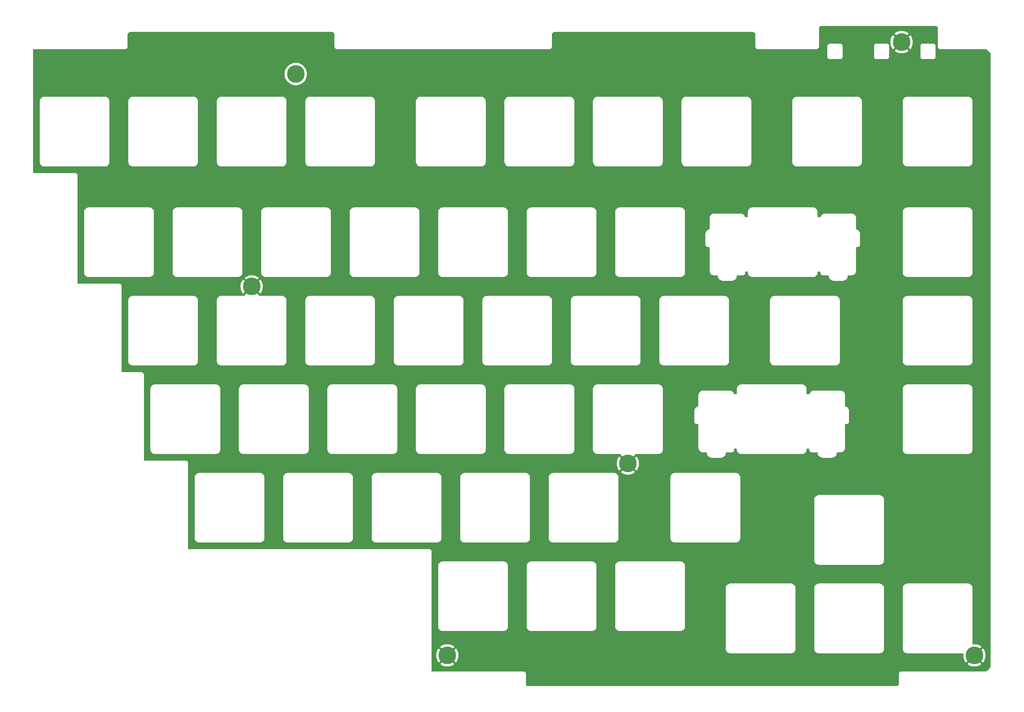
<source format=gbr>
%TF.GenerationSoftware,KiCad,Pcbnew,8.0.4*%
%TF.CreationDate,2024-10-31T13:51:06-05:00*%
%TF.ProjectId,numlocked_right_plate,6e756d6c-6f63-46b6-9564-5f7269676874,rev?*%
%TF.SameCoordinates,Original*%
%TF.FileFunction,Copper,L1,Top*%
%TF.FilePolarity,Positive*%
%FSLAX46Y46*%
G04 Gerber Fmt 4.6, Leading zero omitted, Abs format (unit mm)*
G04 Created by KiCad (PCBNEW 8.0.4) date 2024-10-31 13:51:06*
%MOMM*%
%LPD*%
G01*
G04 APERTURE LIST*
%TA.AperFunction,ComponentPad*%
%ADD10C,3.800000*%
%TD*%
G04 APERTURE END LIST*
D10*
%TO.P,H1,1,1*%
%TO.N,N/C*%
X117000000Y-35900000D03*
%TD*%
%TO.P,H5,1,1*%
%TO.N,GND*%
X247400500Y-29000000D03*
%TD*%
%TO.P,H4,1,1*%
%TO.N,GND*%
X149625000Y-161000000D03*
%TD*%
%TO.P,H3,1,1*%
%TO.N,GND*%
X263069500Y-161000000D03*
%TD*%
%TO.P,H2,1,1*%
%TO.N,GND*%
X188487500Y-119716000D03*
%TD*%
%TO.P,H1,1,1*%
%TO.N,GND*%
X107525000Y-81616500D03*
%TD*%
%TA.AperFunction,Conductor*%
%TO.N,GND*%
G36*
X254707422Y-25501280D02*
G01*
X254797766Y-25511459D01*
X254824831Y-25517636D01*
X254904040Y-25545352D01*
X254929053Y-25557398D01*
X255000106Y-25602043D01*
X255021813Y-25619355D01*
X255081144Y-25678686D01*
X255098457Y-25700395D01*
X255143100Y-25771444D01*
X255155148Y-25796462D01*
X255182862Y-25875666D01*
X255189040Y-25902735D01*
X255199220Y-25993076D01*
X255200000Y-26006961D01*
X255200000Y-30065891D01*
X255234108Y-30193187D01*
X255254582Y-30228648D01*
X255300000Y-30307314D01*
X255393186Y-30400500D01*
X255507314Y-30466392D01*
X255634608Y-30500500D01*
X265002608Y-30500500D01*
X265064072Y-30500500D01*
X265072918Y-30500816D01*
X265273061Y-30515130D01*
X265290563Y-30517647D01*
X265482297Y-30559355D01*
X265499255Y-30564334D01*
X265660564Y-30624500D01*
X265683109Y-30632909D01*
X265699201Y-30640259D01*
X265871404Y-30734288D01*
X265886284Y-30743849D01*
X266043367Y-30861441D01*
X266056737Y-30873027D01*
X266195472Y-31011762D01*
X266207058Y-31025132D01*
X266324646Y-31182210D01*
X266334211Y-31197095D01*
X266428240Y-31369298D01*
X266435590Y-31385390D01*
X266504162Y-31569236D01*
X266509146Y-31586212D01*
X266550851Y-31777931D01*
X266553369Y-31795442D01*
X266567684Y-31995580D01*
X266568000Y-32004427D01*
X266568000Y-162995572D01*
X266567684Y-163004419D01*
X266553369Y-163204557D01*
X266550851Y-163222068D01*
X266509146Y-163413787D01*
X266504162Y-163430763D01*
X266435590Y-163614609D01*
X266428240Y-163630701D01*
X266334211Y-163802904D01*
X266324646Y-163817789D01*
X266207058Y-163974867D01*
X266195472Y-163988237D01*
X266056737Y-164126972D01*
X266043367Y-164138558D01*
X265886289Y-164256146D01*
X265871404Y-164265711D01*
X265699201Y-164359740D01*
X265683109Y-164367090D01*
X265499263Y-164435662D01*
X265482287Y-164440646D01*
X265290568Y-164482351D01*
X265273057Y-164484869D01*
X265092279Y-164497799D01*
X265072917Y-164499184D01*
X265064072Y-164499500D01*
X247224608Y-164499500D01*
X247097312Y-164533608D01*
X246983186Y-164599500D01*
X246983183Y-164599502D01*
X246890002Y-164692683D01*
X246890000Y-164692686D01*
X246824108Y-164806812D01*
X246790000Y-164934108D01*
X246790000Y-167143038D01*
X246789220Y-167156923D01*
X246779040Y-167247264D01*
X246772862Y-167274333D01*
X246745148Y-167353537D01*
X246733100Y-167378555D01*
X246688457Y-167449604D01*
X246671144Y-167471313D01*
X246611813Y-167530644D01*
X246590104Y-167547957D01*
X246519055Y-167592600D01*
X246494037Y-167604648D01*
X246414833Y-167632362D01*
X246387764Y-167638540D01*
X246307575Y-167647576D01*
X246297421Y-167648720D01*
X246283538Y-167649500D01*
X167053462Y-167649500D01*
X167039578Y-167648720D01*
X167027053Y-167647308D01*
X166949235Y-167638540D01*
X166922166Y-167632362D01*
X166842962Y-167604648D01*
X166817944Y-167592600D01*
X166746895Y-167547957D01*
X166725186Y-167530644D01*
X166665855Y-167471313D01*
X166648542Y-167449604D01*
X166603899Y-167378555D01*
X166591851Y-167353537D01*
X166564137Y-167274333D01*
X166557959Y-167247263D01*
X166547780Y-167156922D01*
X166547000Y-167143038D01*
X166547000Y-164934110D01*
X166547000Y-164934108D01*
X166512892Y-164806814D01*
X166447000Y-164692686D01*
X166353814Y-164599500D01*
X166259286Y-164544924D01*
X166239687Y-164533608D01*
X166176039Y-164516554D01*
X166112392Y-164499500D01*
X166112391Y-164499500D01*
X146349500Y-164499500D01*
X146282461Y-164479815D01*
X146236706Y-164427011D01*
X146225500Y-164375500D01*
X146225500Y-160999994D01*
X147220255Y-160999994D01*
X147220255Y-161000005D01*
X147239215Y-161301383D01*
X147239216Y-161301390D01*
X147295805Y-161598040D01*
X147389125Y-161885247D01*
X147389127Y-161885252D01*
X147517704Y-162158491D01*
X147517707Y-162158497D01*
X147679516Y-162413469D01*
X147760311Y-162511133D01*
X148688708Y-161582736D01*
X148785967Y-161716602D01*
X148908398Y-161839033D01*
X149042262Y-161936290D01*
X148111564Y-162866987D01*
X148111565Y-162866989D01*
X148336461Y-163030385D01*
X148336479Y-163030397D01*
X148601109Y-163175878D01*
X148601117Y-163175882D01*
X148881889Y-163287047D01*
X148881892Y-163287048D01*
X149174399Y-163362150D01*
X149473995Y-163399999D01*
X149474007Y-163400000D01*
X149775993Y-163400000D01*
X149776004Y-163399999D01*
X150075600Y-163362150D01*
X150368107Y-163287048D01*
X150368110Y-163287047D01*
X150648882Y-163175882D01*
X150648890Y-163175878D01*
X150913520Y-163030397D01*
X150913530Y-163030390D01*
X151138433Y-162866987D01*
X151138434Y-162866987D01*
X150207737Y-161936290D01*
X150341602Y-161839033D01*
X150464033Y-161716602D01*
X150561290Y-161582737D01*
X151489687Y-162511134D01*
X151570486Y-162413464D01*
X151732292Y-162158497D01*
X151732295Y-162158491D01*
X151860872Y-161885252D01*
X151860874Y-161885247D01*
X151954194Y-161598040D01*
X152010783Y-161301390D01*
X152010784Y-161301383D01*
X152029745Y-161000005D01*
X152029745Y-160999994D01*
X152010784Y-160698616D01*
X152010783Y-160698609D01*
X151954194Y-160401959D01*
X151860874Y-160114752D01*
X151860872Y-160114747D01*
X151732295Y-159841508D01*
X151732292Y-159841502D01*
X151570483Y-159586530D01*
X151489686Y-159488864D01*
X150561289Y-160417261D01*
X150464033Y-160283398D01*
X150341602Y-160160967D01*
X150207736Y-160063709D01*
X151138434Y-159133011D01*
X151138433Y-159133009D01*
X150913538Y-158969614D01*
X150913520Y-158969602D01*
X150648890Y-158824121D01*
X150648882Y-158824117D01*
X150368110Y-158712952D01*
X150368107Y-158712951D01*
X150075600Y-158637849D01*
X149776004Y-158600000D01*
X149473995Y-158600000D01*
X149174399Y-158637849D01*
X148881892Y-158712951D01*
X148881889Y-158712952D01*
X148601117Y-158824117D01*
X148601109Y-158824121D01*
X148336476Y-158969604D01*
X148336471Y-158969607D01*
X148111565Y-159133010D01*
X148111564Y-159133011D01*
X149042262Y-160063709D01*
X148908398Y-160160967D01*
X148785967Y-160283398D01*
X148688709Y-160417262D01*
X147760311Y-159488864D01*
X147679520Y-159586525D01*
X147679518Y-159586528D01*
X147517707Y-159841502D01*
X147517704Y-159841508D01*
X147389127Y-160114747D01*
X147389125Y-160114752D01*
X147295805Y-160401959D01*
X147239216Y-160698609D01*
X147239215Y-160698616D01*
X147220255Y-160999994D01*
X146225500Y-160999994D01*
X146225500Y-141703965D01*
X147649500Y-141703965D01*
X147649500Y-154879034D01*
X147679898Y-155051437D01*
X147739775Y-155215946D01*
X147827309Y-155367557D01*
X147939836Y-155501663D01*
X148073942Y-155614190D01*
X148073943Y-155614191D01*
X148073945Y-155614192D01*
X148225555Y-155701725D01*
X148390062Y-155761601D01*
X148562468Y-155792000D01*
X148562472Y-155792000D01*
X161737528Y-155792000D01*
X161737532Y-155792000D01*
X161909938Y-155761601D01*
X162074445Y-155701725D01*
X162226055Y-155614192D01*
X162360163Y-155501663D01*
X162472692Y-155367555D01*
X162560225Y-155215945D01*
X162620101Y-155051438D01*
X162650500Y-154879032D01*
X162650500Y-154791500D01*
X162650500Y-154725608D01*
X162650500Y-141725608D01*
X162650500Y-141703968D01*
X162650499Y-141703965D01*
X166699500Y-141703965D01*
X166699500Y-154879034D01*
X166729898Y-155051437D01*
X166789775Y-155215946D01*
X166877309Y-155367557D01*
X166989836Y-155501663D01*
X167123942Y-155614190D01*
X167123943Y-155614191D01*
X167123945Y-155614192D01*
X167275555Y-155701725D01*
X167440062Y-155761601D01*
X167612468Y-155792000D01*
X167612472Y-155792000D01*
X180787528Y-155792000D01*
X180787532Y-155792000D01*
X180959938Y-155761601D01*
X181124445Y-155701725D01*
X181276055Y-155614192D01*
X181410163Y-155501663D01*
X181522692Y-155367555D01*
X181610225Y-155215945D01*
X181670101Y-155051438D01*
X181700500Y-154879032D01*
X181700500Y-154791500D01*
X181700500Y-154725608D01*
X181700500Y-141725608D01*
X181700500Y-141703968D01*
X181700499Y-141703965D01*
X185749500Y-141703965D01*
X185749500Y-154879034D01*
X185779898Y-155051437D01*
X185839775Y-155215946D01*
X185927309Y-155367557D01*
X186039836Y-155501663D01*
X186173942Y-155614190D01*
X186173943Y-155614191D01*
X186173945Y-155614192D01*
X186325555Y-155701725D01*
X186490062Y-155761601D01*
X186662468Y-155792000D01*
X186662472Y-155792000D01*
X199837528Y-155792000D01*
X199837532Y-155792000D01*
X200009938Y-155761601D01*
X200174445Y-155701725D01*
X200326055Y-155614192D01*
X200460163Y-155501663D01*
X200572692Y-155367555D01*
X200660225Y-155215945D01*
X200720101Y-155051438D01*
X200750500Y-154879032D01*
X200750500Y-154791500D01*
X200750500Y-154725608D01*
X200750500Y-146466465D01*
X209562000Y-146466465D01*
X209562000Y-159641534D01*
X209592398Y-159813937D01*
X209652275Y-159978446D01*
X209739809Y-160130057D01*
X209852336Y-160264163D01*
X209986442Y-160376690D01*
X209986443Y-160376691D01*
X209986445Y-160376692D01*
X210138055Y-160464225D01*
X210302562Y-160524101D01*
X210474968Y-160554500D01*
X210474972Y-160554500D01*
X223650028Y-160554500D01*
X223650032Y-160554500D01*
X223822438Y-160524101D01*
X223986945Y-160464225D01*
X224138555Y-160376692D01*
X224272663Y-160264163D01*
X224385192Y-160130055D01*
X224472725Y-159978445D01*
X224532601Y-159813938D01*
X224563000Y-159641532D01*
X224563000Y-159554000D01*
X224563000Y-159488108D01*
X224563000Y-146488108D01*
X224563000Y-146466468D01*
X224562999Y-146466465D01*
X228612000Y-146466465D01*
X228612000Y-159641534D01*
X228642398Y-159813937D01*
X228702275Y-159978446D01*
X228789809Y-160130057D01*
X228902336Y-160264163D01*
X229036442Y-160376690D01*
X229036443Y-160376691D01*
X229036445Y-160376692D01*
X229188055Y-160464225D01*
X229352562Y-160524101D01*
X229524968Y-160554500D01*
X229524972Y-160554500D01*
X242700028Y-160554500D01*
X242700032Y-160554500D01*
X242872438Y-160524101D01*
X243036945Y-160464225D01*
X243188555Y-160376692D01*
X243322663Y-160264163D01*
X243435192Y-160130055D01*
X243522725Y-159978445D01*
X243582601Y-159813938D01*
X243613000Y-159641532D01*
X243613000Y-159554000D01*
X243613000Y-159488108D01*
X243613000Y-146488108D01*
X243613000Y-146466468D01*
X243612999Y-146466465D01*
X247662000Y-146466465D01*
X247662000Y-159641534D01*
X247692398Y-159813937D01*
X247752275Y-159978446D01*
X247839809Y-160130057D01*
X247952336Y-160264163D01*
X248086442Y-160376690D01*
X248086443Y-160376691D01*
X248086445Y-160376692D01*
X248238055Y-160464225D01*
X248402562Y-160524101D01*
X248574968Y-160554500D01*
X248574972Y-160554500D01*
X260561316Y-160554500D01*
X260628355Y-160574185D01*
X260674110Y-160626989D01*
X260683845Y-160694698D01*
X260684205Y-160694744D01*
X260684040Y-160696049D01*
X260684054Y-160696147D01*
X260683945Y-160696795D01*
X260683715Y-160698616D01*
X260664755Y-160999994D01*
X260664755Y-161000005D01*
X260683715Y-161301383D01*
X260683716Y-161301390D01*
X260740305Y-161598040D01*
X260833625Y-161885247D01*
X260833627Y-161885252D01*
X260962204Y-162158491D01*
X260962207Y-162158497D01*
X261124016Y-162413469D01*
X261204811Y-162511133D01*
X262133208Y-161582736D01*
X262230467Y-161716602D01*
X262352898Y-161839033D01*
X262486762Y-161936290D01*
X261556064Y-162866987D01*
X261556065Y-162866989D01*
X261780961Y-163030385D01*
X261780979Y-163030397D01*
X262045609Y-163175878D01*
X262045617Y-163175882D01*
X262326389Y-163287047D01*
X262326392Y-163287048D01*
X262618899Y-163362150D01*
X262918495Y-163399999D01*
X262918507Y-163400000D01*
X263220493Y-163400000D01*
X263220504Y-163399999D01*
X263520100Y-163362150D01*
X263812607Y-163287048D01*
X263812610Y-163287047D01*
X264093382Y-163175882D01*
X264093390Y-163175878D01*
X264358020Y-163030397D01*
X264358030Y-163030390D01*
X264582933Y-162866987D01*
X264582934Y-162866987D01*
X263652237Y-161936290D01*
X263786102Y-161839033D01*
X263908533Y-161716602D01*
X264005790Y-161582737D01*
X264934187Y-162511134D01*
X265014986Y-162413464D01*
X265176792Y-162158497D01*
X265176795Y-162158491D01*
X265305372Y-161885252D01*
X265305374Y-161885247D01*
X265398694Y-161598040D01*
X265455283Y-161301390D01*
X265455284Y-161301383D01*
X265474245Y-161000005D01*
X265474245Y-160999994D01*
X265455284Y-160698616D01*
X265455283Y-160698609D01*
X265398694Y-160401959D01*
X265305374Y-160114752D01*
X265305372Y-160114747D01*
X265176795Y-159841508D01*
X265176792Y-159841502D01*
X265014983Y-159586530D01*
X264934186Y-159488864D01*
X264005789Y-160417261D01*
X263908533Y-160283398D01*
X263786102Y-160160967D01*
X263652236Y-160063709D01*
X264582934Y-159133011D01*
X264582933Y-159133009D01*
X264358038Y-158969614D01*
X264358020Y-158969602D01*
X264093390Y-158824121D01*
X264093382Y-158824117D01*
X263812610Y-158712952D01*
X263812607Y-158712951D01*
X263520100Y-158637849D01*
X263220504Y-158600000D01*
X262918493Y-158600000D01*
X262802541Y-158614649D01*
X262733563Y-158603522D01*
X262681551Y-158556869D01*
X262663000Y-158491627D01*
X262663000Y-146466472D01*
X262663000Y-146466468D01*
X262632601Y-146294062D01*
X262572725Y-146129555D01*
X262485192Y-145977945D01*
X262485191Y-145977943D01*
X262485190Y-145977942D01*
X262372663Y-145843836D01*
X262238557Y-145731309D01*
X262086946Y-145643775D01*
X261922437Y-145583898D01*
X261750034Y-145553500D01*
X261750032Y-145553500D01*
X261728392Y-145553500D01*
X248728392Y-145553500D01*
X248662500Y-145553500D01*
X248574968Y-145553500D01*
X248574965Y-145553500D01*
X248402562Y-145583898D01*
X248238053Y-145643775D01*
X248086442Y-145731309D01*
X247952336Y-145843836D01*
X247839809Y-145977942D01*
X247752275Y-146129553D01*
X247692398Y-146294062D01*
X247662000Y-146466465D01*
X243612999Y-146466465D01*
X243582601Y-146294062D01*
X243522725Y-146129555D01*
X243435192Y-145977945D01*
X243435191Y-145977943D01*
X243435190Y-145977942D01*
X243322663Y-145843836D01*
X243188557Y-145731309D01*
X243036946Y-145643775D01*
X242872437Y-145583898D01*
X242700034Y-145553500D01*
X242700032Y-145553500D01*
X242678392Y-145553500D01*
X229678392Y-145553500D01*
X229612500Y-145553500D01*
X229524968Y-145553500D01*
X229524965Y-145553500D01*
X229352562Y-145583898D01*
X229188053Y-145643775D01*
X229036442Y-145731309D01*
X228902336Y-145843836D01*
X228789809Y-145977942D01*
X228702275Y-146129553D01*
X228642398Y-146294062D01*
X228612000Y-146466465D01*
X224562999Y-146466465D01*
X224532601Y-146294062D01*
X224472725Y-146129555D01*
X224385192Y-145977945D01*
X224385191Y-145977943D01*
X224385190Y-145977942D01*
X224272663Y-145843836D01*
X224138557Y-145731309D01*
X223986946Y-145643775D01*
X223822437Y-145583898D01*
X223650034Y-145553500D01*
X223650032Y-145553500D01*
X223628392Y-145553500D01*
X210628392Y-145553500D01*
X210562500Y-145553500D01*
X210474968Y-145553500D01*
X210474965Y-145553500D01*
X210302562Y-145583898D01*
X210138053Y-145643775D01*
X209986442Y-145731309D01*
X209852336Y-145843836D01*
X209739809Y-145977942D01*
X209652275Y-146129553D01*
X209592398Y-146294062D01*
X209562000Y-146466465D01*
X200750500Y-146466465D01*
X200750500Y-141725608D01*
X200750500Y-141703968D01*
X200720101Y-141531562D01*
X200660225Y-141367055D01*
X200572692Y-141215445D01*
X200572691Y-141215443D01*
X200572690Y-141215442D01*
X200460163Y-141081336D01*
X200326057Y-140968809D01*
X200174446Y-140881275D01*
X200009937Y-140821398D01*
X199837534Y-140791000D01*
X199837532Y-140791000D01*
X199815892Y-140791000D01*
X186815892Y-140791000D01*
X186750000Y-140791000D01*
X186662468Y-140791000D01*
X186662465Y-140791000D01*
X186490062Y-140821398D01*
X186325553Y-140881275D01*
X186173942Y-140968809D01*
X186039836Y-141081336D01*
X185927309Y-141215442D01*
X185839775Y-141367053D01*
X185779898Y-141531562D01*
X185749500Y-141703965D01*
X181700499Y-141703965D01*
X181670101Y-141531562D01*
X181610225Y-141367055D01*
X181522692Y-141215445D01*
X181522691Y-141215443D01*
X181522690Y-141215442D01*
X181410163Y-141081336D01*
X181276057Y-140968809D01*
X181124446Y-140881275D01*
X180959937Y-140821398D01*
X180787534Y-140791000D01*
X180787532Y-140791000D01*
X180765892Y-140791000D01*
X167765892Y-140791000D01*
X167700000Y-140791000D01*
X167612468Y-140791000D01*
X167612465Y-140791000D01*
X167440062Y-140821398D01*
X167275553Y-140881275D01*
X167123942Y-140968809D01*
X166989836Y-141081336D01*
X166877309Y-141215442D01*
X166789775Y-141367053D01*
X166729898Y-141531562D01*
X166699500Y-141703965D01*
X162650499Y-141703965D01*
X162620101Y-141531562D01*
X162560225Y-141367055D01*
X162472692Y-141215445D01*
X162472691Y-141215443D01*
X162472690Y-141215442D01*
X162360163Y-141081336D01*
X162226057Y-140968809D01*
X162074446Y-140881275D01*
X161909937Y-140821398D01*
X161737534Y-140791000D01*
X161737532Y-140791000D01*
X161715892Y-140791000D01*
X148715892Y-140791000D01*
X148650000Y-140791000D01*
X148562468Y-140791000D01*
X148562465Y-140791000D01*
X148390062Y-140821398D01*
X148225553Y-140881275D01*
X148073942Y-140968809D01*
X147939836Y-141081336D01*
X147827309Y-141215442D01*
X147739775Y-141367053D01*
X147679898Y-141531562D01*
X147649500Y-141703965D01*
X146225500Y-141703965D01*
X146225500Y-138600610D01*
X146225500Y-138600608D01*
X146191392Y-138473314D01*
X146125500Y-138359186D01*
X146032314Y-138266000D01*
X145975250Y-138233054D01*
X145918187Y-138200108D01*
X145854539Y-138183054D01*
X145790892Y-138166000D01*
X145790891Y-138166000D01*
X93962000Y-138166000D01*
X93894961Y-138146315D01*
X93849206Y-138093511D01*
X93838000Y-138042000D01*
X93838000Y-122653965D01*
X95262000Y-122653965D01*
X95262000Y-135829034D01*
X95292398Y-136001437D01*
X95352275Y-136165946D01*
X95439809Y-136317557D01*
X95552336Y-136451663D01*
X95686442Y-136564190D01*
X95686443Y-136564191D01*
X95686445Y-136564192D01*
X95782554Y-136619681D01*
X95835084Y-136650010D01*
X95838055Y-136651725D01*
X96002562Y-136711601D01*
X96174968Y-136742000D01*
X96174972Y-136742000D01*
X109350028Y-136742000D01*
X109350032Y-136742000D01*
X109522438Y-136711601D01*
X109686945Y-136651725D01*
X109838555Y-136564192D01*
X109972663Y-136451663D01*
X110085192Y-136317555D01*
X110172725Y-136165945D01*
X110232601Y-136001438D01*
X110263000Y-135829032D01*
X110263000Y-135741500D01*
X110263000Y-135675608D01*
X110263000Y-122675608D01*
X110263000Y-122653968D01*
X110262999Y-122653965D01*
X114312000Y-122653965D01*
X114312000Y-135829034D01*
X114342398Y-136001437D01*
X114402275Y-136165946D01*
X114489809Y-136317557D01*
X114602336Y-136451663D01*
X114736442Y-136564190D01*
X114736443Y-136564191D01*
X114736445Y-136564192D01*
X114832554Y-136619681D01*
X114885084Y-136650010D01*
X114888055Y-136651725D01*
X115052562Y-136711601D01*
X115224968Y-136742000D01*
X115224972Y-136742000D01*
X128400028Y-136742000D01*
X128400032Y-136742000D01*
X128572438Y-136711601D01*
X128736945Y-136651725D01*
X128888555Y-136564192D01*
X129022663Y-136451663D01*
X129135192Y-136317555D01*
X129222725Y-136165945D01*
X129282601Y-136001438D01*
X129313000Y-135829032D01*
X129313000Y-135741500D01*
X129313000Y-135675608D01*
X129313000Y-122675608D01*
X129313000Y-122653968D01*
X129312999Y-122653965D01*
X133362000Y-122653965D01*
X133362000Y-135829034D01*
X133392398Y-136001437D01*
X133452275Y-136165946D01*
X133539809Y-136317557D01*
X133652336Y-136451663D01*
X133786442Y-136564190D01*
X133786443Y-136564191D01*
X133786445Y-136564192D01*
X133882554Y-136619681D01*
X133935084Y-136650010D01*
X133938055Y-136651725D01*
X134102562Y-136711601D01*
X134274968Y-136742000D01*
X134274972Y-136742000D01*
X147450028Y-136742000D01*
X147450032Y-136742000D01*
X147622438Y-136711601D01*
X147786945Y-136651725D01*
X147938555Y-136564192D01*
X148072663Y-136451663D01*
X148185192Y-136317555D01*
X148272725Y-136165945D01*
X148332601Y-136001438D01*
X148363000Y-135829032D01*
X148363000Y-135741500D01*
X148363000Y-135675608D01*
X148363000Y-122675608D01*
X148363000Y-122653968D01*
X148362999Y-122653965D01*
X152412000Y-122653965D01*
X152412000Y-135829034D01*
X152442398Y-136001437D01*
X152502275Y-136165946D01*
X152589809Y-136317557D01*
X152702336Y-136451663D01*
X152836442Y-136564190D01*
X152836443Y-136564191D01*
X152836445Y-136564192D01*
X152932554Y-136619681D01*
X152985084Y-136650010D01*
X152988055Y-136651725D01*
X153152562Y-136711601D01*
X153324968Y-136742000D01*
X153324972Y-136742000D01*
X166500028Y-136742000D01*
X166500032Y-136742000D01*
X166672438Y-136711601D01*
X166836945Y-136651725D01*
X166988555Y-136564192D01*
X167122663Y-136451663D01*
X167235192Y-136317555D01*
X167322725Y-136165945D01*
X167382601Y-136001438D01*
X167413000Y-135829032D01*
X167413000Y-135741500D01*
X167413000Y-135675608D01*
X167413000Y-122675608D01*
X167413000Y-122653968D01*
X167412999Y-122653965D01*
X171462000Y-122653965D01*
X171462000Y-135829034D01*
X171492398Y-136001437D01*
X171552275Y-136165946D01*
X171639809Y-136317557D01*
X171752336Y-136451663D01*
X171886442Y-136564190D01*
X171886443Y-136564191D01*
X171886445Y-136564192D01*
X171982554Y-136619681D01*
X172035084Y-136650010D01*
X172038055Y-136651725D01*
X172202562Y-136711601D01*
X172374968Y-136742000D01*
X172374972Y-136742000D01*
X185550028Y-136742000D01*
X185550032Y-136742000D01*
X185722438Y-136711601D01*
X185886945Y-136651725D01*
X186038555Y-136564192D01*
X186172663Y-136451663D01*
X186285192Y-136317555D01*
X186372725Y-136165945D01*
X186432601Y-136001438D01*
X186463000Y-135829032D01*
X186463000Y-135815786D01*
X197654643Y-135815786D01*
X197654644Y-135815806D01*
X197683171Y-135990082D01*
X197683172Y-135990086D01*
X197741783Y-136156682D01*
X197741785Y-136156686D01*
X197741786Y-136156688D01*
X197828671Y-136310449D01*
X197941142Y-136446617D01*
X198075723Y-136560983D01*
X198228254Y-136650012D01*
X198394019Y-136710951D01*
X198394021Y-136710951D01*
X198394023Y-136710952D01*
X198480956Y-136726433D01*
X198567890Y-136741915D01*
X198567892Y-136741916D01*
X198568056Y-136741916D01*
X198581856Y-136741929D01*
X198582927Y-136742000D01*
X198656200Y-136742000D01*
X198722092Y-136742013D01*
X198722093Y-136742012D01*
X198730008Y-136742014D01*
X198730239Y-136742000D01*
X211582192Y-136742000D01*
X211582314Y-136742007D01*
X211590405Y-136742006D01*
X211590408Y-136742007D01*
X211604881Y-136742005D01*
X211605050Y-136742054D01*
X211656300Y-136742049D01*
X211656300Y-136742050D01*
X211743831Y-136742042D01*
X211916231Y-136711627D01*
X212080732Y-136651740D01*
X212232334Y-136564198D01*
X212236165Y-136560983D01*
X212366425Y-136451671D01*
X212366427Y-136451668D01*
X212366434Y-136451663D01*
X212478956Y-136317552D01*
X212478957Y-136317549D01*
X212478960Y-136317546D01*
X212566479Y-136165946D01*
X212566478Y-136165946D01*
X212566482Y-136165941D01*
X212626353Y-136001434D01*
X212656751Y-135829031D01*
X212656750Y-135741500D01*
X212656750Y-135675608D01*
X212656750Y-127416465D01*
X228612000Y-127416465D01*
X228612000Y-140591534D01*
X228642398Y-140763937D01*
X228702275Y-140928446D01*
X228789809Y-141080057D01*
X228902336Y-141214163D01*
X229036442Y-141326690D01*
X229036443Y-141326691D01*
X229036445Y-141326692D01*
X229188055Y-141414225D01*
X229352562Y-141474101D01*
X229524968Y-141504500D01*
X229524972Y-141504500D01*
X242700028Y-141504500D01*
X242700032Y-141504500D01*
X242872438Y-141474101D01*
X243036945Y-141414225D01*
X243188555Y-141326692D01*
X243322663Y-141214163D01*
X243435192Y-141080055D01*
X243522725Y-140928445D01*
X243582601Y-140763938D01*
X243613000Y-140591532D01*
X243613000Y-140504000D01*
X243613000Y-140438108D01*
X243613000Y-127438108D01*
X243613000Y-127416468D01*
X243582601Y-127244062D01*
X243522725Y-127079555D01*
X243435192Y-126927945D01*
X243435191Y-126927943D01*
X243435190Y-126927942D01*
X243322663Y-126793836D01*
X243188557Y-126681309D01*
X243036946Y-126593775D01*
X242872437Y-126533898D01*
X242700034Y-126503500D01*
X242700032Y-126503500D01*
X242678392Y-126503500D01*
X229678392Y-126503500D01*
X229612500Y-126503500D01*
X229524968Y-126503500D01*
X229524965Y-126503500D01*
X229352562Y-126533898D01*
X229188053Y-126593775D01*
X229036442Y-126681309D01*
X228902336Y-126793836D01*
X228789809Y-126927942D01*
X228702275Y-127079553D01*
X228642398Y-127244062D01*
X228612000Y-127416465D01*
X212656750Y-127416465D01*
X212656750Y-122752879D01*
X212656761Y-122751244D01*
X212657867Y-122667340D01*
X212629357Y-122493029D01*
X212570757Y-122326406D01*
X212483879Y-122172623D01*
X212371408Y-122036433D01*
X212236822Y-121922049D01*
X212236820Y-121922047D01*
X212084288Y-121833008D01*
X212084285Y-121833006D01*
X212084282Y-121833005D01*
X211918504Y-121772056D01*
X211810790Y-121752870D01*
X211744609Y-121741083D01*
X211744610Y-121741083D01*
X211730548Y-121741070D01*
X211729477Y-121741000D01*
X211722092Y-121741000D01*
X211656300Y-121741000D01*
X211656265Y-121740999D01*
X211582491Y-121740985D01*
X211582261Y-121741000D01*
X198730308Y-121741000D01*
X198730185Y-121740992D01*
X198707614Y-121740994D01*
X198707447Y-121740945D01*
X198568672Y-121740957D01*
X198568665Y-121740958D01*
X198396275Y-121771371D01*
X198396269Y-121771372D01*
X198231767Y-121831260D01*
X198080165Y-121918801D01*
X197946074Y-122031328D01*
X197946061Y-122031341D01*
X197833545Y-122165445D01*
X197833539Y-122165453D01*
X197746020Y-122317053D01*
X197686146Y-122481568D01*
X197655749Y-122653965D01*
X197655749Y-122653972D01*
X197655750Y-122707853D01*
X197655750Y-135730170D01*
X197655739Y-135731788D01*
X197654643Y-135815786D01*
X186463000Y-135815786D01*
X186463000Y-135741500D01*
X186463000Y-135675608D01*
X186463000Y-122675608D01*
X186463000Y-122653968D01*
X186432601Y-122481562D01*
X186372725Y-122317055D01*
X186285192Y-122165445D01*
X186285191Y-122165443D01*
X186285190Y-122165442D01*
X186172663Y-122031336D01*
X186038557Y-121918809D01*
X185886946Y-121831275D01*
X185722437Y-121771398D01*
X185550034Y-121741000D01*
X185550032Y-121741000D01*
X185528392Y-121741000D01*
X172528392Y-121741000D01*
X172462500Y-121741000D01*
X172374968Y-121741000D01*
X172374965Y-121741000D01*
X172202562Y-121771398D01*
X172038053Y-121831275D01*
X171886442Y-121918809D01*
X171752336Y-122031336D01*
X171639809Y-122165442D01*
X171552275Y-122317053D01*
X171492398Y-122481562D01*
X171462000Y-122653965D01*
X167412999Y-122653965D01*
X167382601Y-122481562D01*
X167322725Y-122317055D01*
X167235192Y-122165445D01*
X167235191Y-122165443D01*
X167235190Y-122165442D01*
X167122663Y-122031336D01*
X166988557Y-121918809D01*
X166836946Y-121831275D01*
X166672437Y-121771398D01*
X166500034Y-121741000D01*
X166500032Y-121741000D01*
X166478392Y-121741000D01*
X153478392Y-121741000D01*
X153412500Y-121741000D01*
X153324968Y-121741000D01*
X153324965Y-121741000D01*
X153152562Y-121771398D01*
X152988053Y-121831275D01*
X152836442Y-121918809D01*
X152702336Y-122031336D01*
X152589809Y-122165442D01*
X152502275Y-122317053D01*
X152442398Y-122481562D01*
X152412000Y-122653965D01*
X148362999Y-122653965D01*
X148332601Y-122481562D01*
X148272725Y-122317055D01*
X148185192Y-122165445D01*
X148185191Y-122165443D01*
X148185190Y-122165442D01*
X148072663Y-122031336D01*
X147938557Y-121918809D01*
X147786946Y-121831275D01*
X147622437Y-121771398D01*
X147450034Y-121741000D01*
X147450032Y-121741000D01*
X147428392Y-121741000D01*
X134428392Y-121741000D01*
X134362500Y-121741000D01*
X134274968Y-121741000D01*
X134274965Y-121741000D01*
X134102562Y-121771398D01*
X133938053Y-121831275D01*
X133786442Y-121918809D01*
X133652336Y-122031336D01*
X133539809Y-122165442D01*
X133452275Y-122317053D01*
X133392398Y-122481562D01*
X133362000Y-122653965D01*
X129312999Y-122653965D01*
X129282601Y-122481562D01*
X129222725Y-122317055D01*
X129135192Y-122165445D01*
X129135191Y-122165443D01*
X129135190Y-122165442D01*
X129022663Y-122031336D01*
X128888557Y-121918809D01*
X128736946Y-121831275D01*
X128572437Y-121771398D01*
X128400034Y-121741000D01*
X128400032Y-121741000D01*
X128378392Y-121741000D01*
X115378392Y-121741000D01*
X115312500Y-121741000D01*
X115224968Y-121741000D01*
X115224965Y-121741000D01*
X115052562Y-121771398D01*
X114888053Y-121831275D01*
X114736442Y-121918809D01*
X114602336Y-122031336D01*
X114489809Y-122165442D01*
X114402275Y-122317053D01*
X114342398Y-122481562D01*
X114312000Y-122653965D01*
X110262999Y-122653965D01*
X110232601Y-122481562D01*
X110172725Y-122317055D01*
X110085192Y-122165445D01*
X110085191Y-122165443D01*
X110085190Y-122165442D01*
X109972663Y-122031336D01*
X109838557Y-121918809D01*
X109686946Y-121831275D01*
X109522437Y-121771398D01*
X109350034Y-121741000D01*
X109350032Y-121741000D01*
X109328392Y-121741000D01*
X96328392Y-121741000D01*
X96262500Y-121741000D01*
X96174968Y-121741000D01*
X96174965Y-121741000D01*
X96002562Y-121771398D01*
X95838053Y-121831275D01*
X95686442Y-121918809D01*
X95552336Y-122031336D01*
X95439809Y-122165442D01*
X95352275Y-122317053D01*
X95292398Y-122481562D01*
X95262000Y-122653965D01*
X93838000Y-122653965D01*
X93838000Y-119550610D01*
X93838000Y-119550608D01*
X93803892Y-119423314D01*
X93738000Y-119309186D01*
X93644814Y-119216000D01*
X93587750Y-119183054D01*
X93530687Y-119150108D01*
X93467039Y-119133054D01*
X93403392Y-119116000D01*
X93403391Y-119116000D01*
X84437000Y-119116000D01*
X84369961Y-119096315D01*
X84324206Y-119043511D01*
X84313000Y-118992000D01*
X84313000Y-103603965D01*
X85737000Y-103603965D01*
X85737000Y-116779034D01*
X85767398Y-116951437D01*
X85827275Y-117115946D01*
X85914809Y-117267557D01*
X86027336Y-117401663D01*
X86161442Y-117514190D01*
X86161443Y-117514191D01*
X86161445Y-117514192D01*
X86257554Y-117569681D01*
X86310084Y-117600010D01*
X86313055Y-117601725D01*
X86477562Y-117661601D01*
X86649968Y-117692000D01*
X86649972Y-117692000D01*
X99825028Y-117692000D01*
X99825032Y-117692000D01*
X99997438Y-117661601D01*
X100161945Y-117601725D01*
X100313555Y-117514192D01*
X100447663Y-117401663D01*
X100560192Y-117267555D01*
X100647725Y-117115945D01*
X100707601Y-116951438D01*
X100738000Y-116779032D01*
X100738000Y-116691500D01*
X100738000Y-116625608D01*
X100738000Y-103625608D01*
X100738000Y-103603968D01*
X100737999Y-103603965D01*
X104787000Y-103603965D01*
X104787000Y-116779034D01*
X104817398Y-116951437D01*
X104877275Y-117115946D01*
X104964809Y-117267557D01*
X105077336Y-117401663D01*
X105211442Y-117514190D01*
X105211443Y-117514191D01*
X105211445Y-117514192D01*
X105307554Y-117569681D01*
X105360084Y-117600010D01*
X105363055Y-117601725D01*
X105527562Y-117661601D01*
X105699968Y-117692000D01*
X105699972Y-117692000D01*
X118875028Y-117692000D01*
X118875032Y-117692000D01*
X119047438Y-117661601D01*
X119211945Y-117601725D01*
X119363555Y-117514192D01*
X119497663Y-117401663D01*
X119610192Y-117267555D01*
X119697725Y-117115945D01*
X119757601Y-116951438D01*
X119788000Y-116779032D01*
X119788000Y-116691500D01*
X119788000Y-116625608D01*
X119788000Y-103625608D01*
X119788000Y-103603968D01*
X119787999Y-103603965D01*
X123837000Y-103603965D01*
X123837000Y-116779034D01*
X123867398Y-116951437D01*
X123927275Y-117115946D01*
X124014809Y-117267557D01*
X124127336Y-117401663D01*
X124261442Y-117514190D01*
X124261443Y-117514191D01*
X124261445Y-117514192D01*
X124357554Y-117569681D01*
X124410084Y-117600010D01*
X124413055Y-117601725D01*
X124577562Y-117661601D01*
X124749968Y-117692000D01*
X124749972Y-117692000D01*
X137925028Y-117692000D01*
X137925032Y-117692000D01*
X138097438Y-117661601D01*
X138261945Y-117601725D01*
X138413555Y-117514192D01*
X138547663Y-117401663D01*
X138660192Y-117267555D01*
X138747725Y-117115945D01*
X138807601Y-116951438D01*
X138838000Y-116779032D01*
X138838000Y-116691500D01*
X138838000Y-116625608D01*
X138838000Y-103625608D01*
X138838000Y-103603968D01*
X138837999Y-103603965D01*
X142887000Y-103603965D01*
X142887000Y-116779034D01*
X142917398Y-116951437D01*
X142977275Y-117115946D01*
X143064809Y-117267557D01*
X143177336Y-117401663D01*
X143311442Y-117514190D01*
X143311443Y-117514191D01*
X143311445Y-117514192D01*
X143407554Y-117569681D01*
X143460084Y-117600010D01*
X143463055Y-117601725D01*
X143627562Y-117661601D01*
X143799968Y-117692000D01*
X143799972Y-117692000D01*
X156975028Y-117692000D01*
X156975032Y-117692000D01*
X157147438Y-117661601D01*
X157311945Y-117601725D01*
X157463555Y-117514192D01*
X157597663Y-117401663D01*
X157710192Y-117267555D01*
X157797725Y-117115945D01*
X157857601Y-116951438D01*
X157888000Y-116779032D01*
X157888000Y-116691500D01*
X157888000Y-116625608D01*
X157888000Y-103625608D01*
X157888000Y-103603968D01*
X157887999Y-103603965D01*
X161937000Y-103603965D01*
X161937000Y-116779034D01*
X161967398Y-116951437D01*
X162027275Y-117115946D01*
X162114809Y-117267557D01*
X162227336Y-117401663D01*
X162361442Y-117514190D01*
X162361443Y-117514191D01*
X162361445Y-117514192D01*
X162457554Y-117569681D01*
X162510084Y-117600010D01*
X162513055Y-117601725D01*
X162677562Y-117661601D01*
X162849968Y-117692000D01*
X162849972Y-117692000D01*
X176025028Y-117692000D01*
X176025032Y-117692000D01*
X176197438Y-117661601D01*
X176361945Y-117601725D01*
X176513555Y-117514192D01*
X176647663Y-117401663D01*
X176760192Y-117267555D01*
X176847725Y-117115945D01*
X176907601Y-116951438D01*
X176938000Y-116779032D01*
X176938000Y-116691500D01*
X176938000Y-116625608D01*
X176938000Y-103625608D01*
X176938000Y-103603968D01*
X176937999Y-103603965D01*
X180987000Y-103603965D01*
X180987000Y-116779034D01*
X181017398Y-116951437D01*
X181077275Y-117115946D01*
X181164809Y-117267557D01*
X181277336Y-117401663D01*
X181411442Y-117514190D01*
X181411443Y-117514191D01*
X181411445Y-117514192D01*
X181507554Y-117569681D01*
X181560084Y-117600010D01*
X181563055Y-117601725D01*
X181727562Y-117661601D01*
X181899968Y-117692000D01*
X181899972Y-117692000D01*
X186852279Y-117692000D01*
X186919318Y-117711685D01*
X186965073Y-117764489D01*
X186975897Y-117825728D01*
X186974064Y-117849011D01*
X187904762Y-118779709D01*
X187770898Y-118876967D01*
X187648467Y-118999398D01*
X187551209Y-119133262D01*
X186622811Y-118204864D01*
X186542020Y-118302525D01*
X186542018Y-118302528D01*
X186380207Y-118557502D01*
X186380204Y-118557508D01*
X186251627Y-118830747D01*
X186251625Y-118830752D01*
X186158305Y-119117959D01*
X186101716Y-119414609D01*
X186101715Y-119414616D01*
X186082755Y-119715994D01*
X186082755Y-119716005D01*
X186101715Y-120017383D01*
X186101716Y-120017390D01*
X186158305Y-120314040D01*
X186251625Y-120601247D01*
X186251627Y-120601252D01*
X186380204Y-120874491D01*
X186380207Y-120874497D01*
X186542016Y-121129469D01*
X186622811Y-121227133D01*
X187551208Y-120298736D01*
X187648467Y-120432602D01*
X187770898Y-120555033D01*
X187904762Y-120652290D01*
X186974064Y-121582987D01*
X186974065Y-121582989D01*
X187198961Y-121746385D01*
X187198979Y-121746397D01*
X187463609Y-121891878D01*
X187463617Y-121891882D01*
X187744389Y-122003047D01*
X187744392Y-122003048D01*
X188036899Y-122078150D01*
X188336495Y-122115999D01*
X188336507Y-122116000D01*
X188638493Y-122116000D01*
X188638504Y-122115999D01*
X188938100Y-122078150D01*
X189230607Y-122003048D01*
X189230610Y-122003047D01*
X189511382Y-121891882D01*
X189511390Y-121891878D01*
X189776020Y-121746397D01*
X189776030Y-121746390D01*
X190000933Y-121582987D01*
X190000934Y-121582987D01*
X189070237Y-120652290D01*
X189204102Y-120555033D01*
X189326533Y-120432602D01*
X189423790Y-120298737D01*
X190352187Y-121227134D01*
X190432986Y-121129464D01*
X190594792Y-120874497D01*
X190594795Y-120874491D01*
X190723372Y-120601252D01*
X190723374Y-120601247D01*
X190816694Y-120314040D01*
X190873283Y-120017390D01*
X190873284Y-120017383D01*
X190892245Y-119716005D01*
X190892245Y-119715994D01*
X190873284Y-119414616D01*
X190873283Y-119414609D01*
X190816694Y-119117959D01*
X190723374Y-118830752D01*
X190723372Y-118830747D01*
X190594795Y-118557508D01*
X190594792Y-118557502D01*
X190432983Y-118302530D01*
X190352186Y-118204864D01*
X189423789Y-119133261D01*
X189326533Y-118999398D01*
X189204102Y-118876967D01*
X189070236Y-118779709D01*
X190000934Y-117849011D01*
X189999102Y-117825728D01*
X190013467Y-117757351D01*
X190062518Y-117707595D01*
X190122720Y-117692000D01*
X195075028Y-117692000D01*
X195075032Y-117692000D01*
X195247438Y-117661601D01*
X195411945Y-117601725D01*
X195563555Y-117514192D01*
X195697663Y-117401663D01*
X195810192Y-117267555D01*
X195897725Y-117115945D01*
X195957601Y-116951438D01*
X195988000Y-116779032D01*
X195988000Y-116691500D01*
X195988000Y-116625608D01*
X195988000Y-108317965D01*
X202814249Y-108317965D01*
X202814249Y-108317969D01*
X202814250Y-108371853D01*
X202814250Y-110633608D01*
X202814250Y-110765392D01*
X202816840Y-110775059D01*
X202848358Y-110892687D01*
X202875424Y-110939566D01*
X202914250Y-111006814D01*
X203007436Y-111100000D01*
X203121564Y-111165892D01*
X203248858Y-111200000D01*
X203553850Y-111200000D01*
X203620889Y-111219685D01*
X203666644Y-111272489D01*
X203677850Y-111324000D01*
X203677850Y-116284170D01*
X203677839Y-116285788D01*
X203676743Y-116369786D01*
X203676744Y-116369806D01*
X203705271Y-116544082D01*
X203705272Y-116544086D01*
X203763883Y-116710682D01*
X203763885Y-116710686D01*
X203763886Y-116710688D01*
X203850771Y-116864449D01*
X203963242Y-117000617D01*
X204097823Y-117114983D01*
X204250354Y-117204012D01*
X204416119Y-117264951D01*
X204416121Y-117264951D01*
X204416123Y-117264952D01*
X204503056Y-117280433D01*
X204589990Y-117295915D01*
X204589992Y-117295916D01*
X204590156Y-117295916D01*
X204603956Y-117295929D01*
X204605027Y-117296000D01*
X204678300Y-117296000D01*
X204744192Y-117296013D01*
X204744193Y-117296012D01*
X204752108Y-117296014D01*
X204752339Y-117296000D01*
X205357250Y-117296000D01*
X205424289Y-117315685D01*
X205470044Y-117368489D01*
X205481250Y-117420000D01*
X205481250Y-117452570D01*
X205481239Y-117454188D01*
X205480143Y-117538186D01*
X205480144Y-117538206D01*
X205508671Y-117712482D01*
X205508672Y-117712486D01*
X205567283Y-117879082D01*
X205567285Y-117879086D01*
X205567286Y-117879088D01*
X205654171Y-118032849D01*
X205766642Y-118169017D01*
X205901223Y-118283383D01*
X206053754Y-118372412D01*
X206219519Y-118433351D01*
X206219521Y-118433351D01*
X206219523Y-118433352D01*
X206306456Y-118448833D01*
X206393390Y-118464315D01*
X206393392Y-118464316D01*
X206393556Y-118464316D01*
X206407356Y-118464329D01*
X206408427Y-118464400D01*
X206481700Y-118464400D01*
X206547592Y-118464413D01*
X206547593Y-118464412D01*
X206555508Y-118464414D01*
X206555739Y-118464400D01*
X208455692Y-118464400D01*
X208455814Y-118464407D01*
X208463905Y-118464406D01*
X208463908Y-118464407D01*
X208478381Y-118464405D01*
X208478550Y-118464454D01*
X208529800Y-118464449D01*
X208529800Y-118464450D01*
X208617331Y-118464442D01*
X208789731Y-118434027D01*
X208954232Y-118374140D01*
X209105834Y-118286598D01*
X209203231Y-118204864D01*
X209239925Y-118174071D01*
X209239927Y-118174068D01*
X209239934Y-118174063D01*
X209352456Y-118039952D01*
X209352457Y-118039949D01*
X209352460Y-118039946D01*
X209439979Y-117888346D01*
X209439978Y-117888346D01*
X209439982Y-117888341D01*
X209499853Y-117723834D01*
X209530251Y-117551431D01*
X209530250Y-117463900D01*
X209530250Y-117420000D01*
X209549935Y-117352961D01*
X209602739Y-117307206D01*
X209654250Y-117296000D01*
X210899040Y-117296000D01*
X210899042Y-117296000D01*
X211026336Y-117261892D01*
X211140464Y-117196000D01*
X211233650Y-117102814D01*
X211299542Y-116988686D01*
X211333650Y-116861392D01*
X211333650Y-116632600D01*
X211353335Y-116565561D01*
X211406139Y-116519806D01*
X211457650Y-116508600D01*
X211819250Y-116508600D01*
X211886289Y-116528285D01*
X211932044Y-116581089D01*
X211943250Y-116632600D01*
X211943250Y-116680170D01*
X211943239Y-116681788D01*
X211942143Y-116765786D01*
X211942144Y-116765806D01*
X211970671Y-116940082D01*
X211970672Y-116940086D01*
X212029283Y-117106682D01*
X212029285Y-117106686D01*
X212029286Y-117106688D01*
X212116171Y-117260449D01*
X212228642Y-117396617D01*
X212363223Y-117510983D01*
X212515754Y-117600012D01*
X212681519Y-117660951D01*
X212681521Y-117660951D01*
X212681523Y-117660952D01*
X212768456Y-117676433D01*
X212855390Y-117691915D01*
X212855392Y-117691916D01*
X212855556Y-117691916D01*
X212869356Y-117691929D01*
X212870427Y-117692000D01*
X212943700Y-117692000D01*
X213009592Y-117692013D01*
X213009593Y-117692012D01*
X213017508Y-117692014D01*
X213017739Y-117692000D01*
X225869692Y-117692000D01*
X225869814Y-117692007D01*
X225877905Y-117692006D01*
X225877908Y-117692007D01*
X225892381Y-117692005D01*
X225892550Y-117692054D01*
X225943800Y-117692049D01*
X225943800Y-117692050D01*
X226031331Y-117692042D01*
X226203731Y-117661627D01*
X226368232Y-117601740D01*
X226519834Y-117514198D01*
X226579771Y-117463900D01*
X226653925Y-117401671D01*
X226653927Y-117401668D01*
X226653934Y-117401663D01*
X226766456Y-117267552D01*
X226766457Y-117267549D01*
X226766460Y-117267546D01*
X226853979Y-117115946D01*
X226853978Y-117115946D01*
X226853982Y-117115941D01*
X226913853Y-116951434D01*
X226944251Y-116779031D01*
X226944250Y-116691500D01*
X226944250Y-116632600D01*
X226963935Y-116565561D01*
X227016739Y-116519806D01*
X227068250Y-116508600D01*
X227429850Y-116508600D01*
X227496889Y-116528285D01*
X227542644Y-116581089D01*
X227553850Y-116632600D01*
X227553850Y-116729608D01*
X227553850Y-116861392D01*
X227556573Y-116871554D01*
X227587958Y-116988687D01*
X227615024Y-117035566D01*
X227653850Y-117102814D01*
X227747036Y-117196000D01*
X227793173Y-117222637D01*
X227858664Y-117260449D01*
X227861164Y-117261892D01*
X227988458Y-117296000D01*
X229233250Y-117296000D01*
X229300289Y-117315685D01*
X229346044Y-117368489D01*
X229357250Y-117420000D01*
X229357250Y-117452570D01*
X229357239Y-117454188D01*
X229356143Y-117538186D01*
X229356144Y-117538206D01*
X229384671Y-117712482D01*
X229384672Y-117712486D01*
X229443283Y-117879082D01*
X229443285Y-117879086D01*
X229443286Y-117879088D01*
X229530171Y-118032849D01*
X229642642Y-118169017D01*
X229777223Y-118283383D01*
X229929754Y-118372412D01*
X230095519Y-118433351D01*
X230095521Y-118433351D01*
X230095523Y-118433352D01*
X230182456Y-118448833D01*
X230269390Y-118464315D01*
X230269392Y-118464316D01*
X230269556Y-118464316D01*
X230283356Y-118464329D01*
X230284427Y-118464400D01*
X230357700Y-118464400D01*
X230423592Y-118464413D01*
X230423593Y-118464412D01*
X230431508Y-118464414D01*
X230431739Y-118464400D01*
X232331692Y-118464400D01*
X232331814Y-118464407D01*
X232339905Y-118464406D01*
X232339908Y-118464407D01*
X232354381Y-118464405D01*
X232354550Y-118464454D01*
X232405800Y-118464449D01*
X232405800Y-118464450D01*
X232493331Y-118464442D01*
X232665731Y-118434027D01*
X232830232Y-118374140D01*
X232981834Y-118286598D01*
X233079231Y-118204864D01*
X233115925Y-118174071D01*
X233115927Y-118174068D01*
X233115934Y-118174063D01*
X233228456Y-118039952D01*
X233228457Y-118039949D01*
X233228460Y-118039946D01*
X233315979Y-117888346D01*
X233315978Y-117888346D01*
X233315982Y-117888341D01*
X233375853Y-117723834D01*
X233406251Y-117551431D01*
X233406250Y-117463900D01*
X233406250Y-117420000D01*
X233425935Y-117352961D01*
X233478739Y-117307206D01*
X233530250Y-117296000D01*
X234135092Y-117296000D01*
X234135214Y-117296007D01*
X234143305Y-117296006D01*
X234143308Y-117296007D01*
X234157781Y-117296005D01*
X234157950Y-117296054D01*
X234209200Y-117296049D01*
X234209200Y-117296050D01*
X234296731Y-117296042D01*
X234469131Y-117265627D01*
X234633632Y-117205740D01*
X234785234Y-117118198D01*
X234897320Y-117024137D01*
X234919325Y-117005671D01*
X234919327Y-117005668D01*
X234919334Y-117005663D01*
X235031856Y-116871552D01*
X235031857Y-116871549D01*
X235031860Y-116871546D01*
X235119379Y-116719946D01*
X235119378Y-116719946D01*
X235119382Y-116719941D01*
X235179253Y-116555434D01*
X235209651Y-116383031D01*
X235209650Y-116295500D01*
X235209650Y-116229608D01*
X235209650Y-111324000D01*
X235229335Y-111256961D01*
X235282139Y-111211206D01*
X235333650Y-111200000D01*
X235638640Y-111200000D01*
X235638642Y-111200000D01*
X235765936Y-111165892D01*
X235880064Y-111100000D01*
X235973250Y-111006814D01*
X236039142Y-110892686D01*
X236073250Y-110765392D01*
X236073250Y-108416879D01*
X236073261Y-108415244D01*
X236074367Y-108331340D01*
X236045857Y-108157029D01*
X235987257Y-107990406D01*
X235900379Y-107836623D01*
X235787908Y-107700433D01*
X235653322Y-107586049D01*
X235653320Y-107586047D01*
X235500788Y-107497008D01*
X235500785Y-107497006D01*
X235500782Y-107497005D01*
X235335004Y-107436056D01*
X235335001Y-107436055D01*
X235335000Y-107436055D01*
X235311901Y-107431940D01*
X235249353Y-107400802D01*
X235213569Y-107340791D01*
X235209650Y-107309862D01*
X235209650Y-105013279D01*
X235209661Y-105011644D01*
X235210767Y-104927740D01*
X235182257Y-104753429D01*
X235123657Y-104586806D01*
X235036779Y-104433023D01*
X234924308Y-104296833D01*
X234789722Y-104182449D01*
X234789720Y-104182447D01*
X234637188Y-104093408D01*
X234637185Y-104093406D01*
X234637182Y-104093405D01*
X234471404Y-104032456D01*
X234363690Y-104013270D01*
X234297509Y-104001483D01*
X234297510Y-104001483D01*
X234283448Y-104001470D01*
X234282377Y-104001400D01*
X234274992Y-104001400D01*
X234209200Y-104001400D01*
X234209165Y-104001399D01*
X234135391Y-104001385D01*
X234135161Y-104001400D01*
X228628408Y-104001400D01*
X228628285Y-104001392D01*
X228605714Y-104001394D01*
X228605547Y-104001345D01*
X228466772Y-104001357D01*
X228466765Y-104001358D01*
X228294375Y-104031771D01*
X228294369Y-104031772D01*
X228129867Y-104091660D01*
X227978265Y-104179201D01*
X227844174Y-104291728D01*
X227844161Y-104291741D01*
X227731645Y-104425845D01*
X227731639Y-104425853D01*
X227644120Y-104577453D01*
X227644118Y-104577459D01*
X227588113Y-104731345D01*
X227587653Y-104732608D01*
X227546228Y-104788873D01*
X227480960Y-104813810D01*
X227471130Y-104814200D01*
X227068250Y-104814200D01*
X227001211Y-104794515D01*
X226955456Y-104741711D01*
X226944250Y-104690200D01*
X226944250Y-103702879D01*
X226944261Y-103701244D01*
X226945367Y-103617340D01*
X226943179Y-103603965D01*
X247662000Y-103603965D01*
X247662000Y-116779034D01*
X247692398Y-116951437D01*
X247752275Y-117115946D01*
X247839809Y-117267557D01*
X247952336Y-117401663D01*
X248086442Y-117514190D01*
X248086443Y-117514191D01*
X248086445Y-117514192D01*
X248182554Y-117569681D01*
X248235084Y-117600010D01*
X248238055Y-117601725D01*
X248402562Y-117661601D01*
X248574968Y-117692000D01*
X248574972Y-117692000D01*
X261750028Y-117692000D01*
X261750032Y-117692000D01*
X261922438Y-117661601D01*
X262086945Y-117601725D01*
X262238555Y-117514192D01*
X262372663Y-117401663D01*
X262485192Y-117267555D01*
X262572725Y-117115945D01*
X262632601Y-116951438D01*
X262663000Y-116779032D01*
X262663000Y-116691500D01*
X262663000Y-116625608D01*
X262663000Y-103625608D01*
X262663000Y-103603968D01*
X262632601Y-103431562D01*
X262572725Y-103267055D01*
X262485192Y-103115445D01*
X262485191Y-103115443D01*
X262485190Y-103115442D01*
X262372663Y-102981336D01*
X262238557Y-102868809D01*
X262086946Y-102781275D01*
X261922437Y-102721398D01*
X261750034Y-102691000D01*
X261750032Y-102691000D01*
X261728392Y-102691000D01*
X248728392Y-102691000D01*
X248662500Y-102691000D01*
X248574968Y-102691000D01*
X248574965Y-102691000D01*
X248402562Y-102721398D01*
X248238053Y-102781275D01*
X248086442Y-102868809D01*
X247952336Y-102981336D01*
X247839809Y-103115442D01*
X247752275Y-103267053D01*
X247692398Y-103431562D01*
X247662000Y-103603965D01*
X226943179Y-103603965D01*
X226916857Y-103443029D01*
X226858257Y-103276406D01*
X226771379Y-103122623D01*
X226658908Y-102986433D01*
X226524322Y-102872049D01*
X226524320Y-102872047D01*
X226371788Y-102783008D01*
X226371785Y-102783006D01*
X226371782Y-102783005D01*
X226206004Y-102722056D01*
X226098290Y-102702870D01*
X226032109Y-102691083D01*
X226032110Y-102691083D01*
X226018048Y-102691070D01*
X226016977Y-102691000D01*
X226009592Y-102691000D01*
X225943800Y-102691000D01*
X225943765Y-102690999D01*
X225869991Y-102690985D01*
X225869761Y-102691000D01*
X213017808Y-102691000D01*
X213017685Y-102690992D01*
X212995114Y-102690994D01*
X212994947Y-102690945D01*
X212856172Y-102690957D01*
X212856165Y-102690958D01*
X212683775Y-102721371D01*
X212683769Y-102721372D01*
X212519267Y-102781260D01*
X212367665Y-102868801D01*
X212233574Y-102981328D01*
X212233561Y-102981341D01*
X212121045Y-103115445D01*
X212121039Y-103115453D01*
X212033520Y-103267053D01*
X211973646Y-103431568D01*
X211943249Y-103603965D01*
X211943249Y-103603972D01*
X211943250Y-103657853D01*
X211943250Y-104690200D01*
X211923565Y-104757239D01*
X211870761Y-104802994D01*
X211819250Y-104814200D01*
X211415467Y-104814200D01*
X211348428Y-104794515D01*
X211302673Y-104741711D01*
X211298492Y-104731345D01*
X211247634Y-104586755D01*
X211160734Y-104432958D01*
X211160727Y-104432950D01*
X211160724Y-104432945D01*
X211048239Y-104296764D01*
X211042323Y-104291737D01*
X210913622Y-104182378D01*
X210761051Y-104093343D01*
X210761050Y-104093342D01*
X210761049Y-104093342D01*
X210595243Y-104032412D01*
X210421320Y-104001467D01*
X210407253Y-104001456D01*
X210406387Y-104001400D01*
X210398892Y-104001400D01*
X204752408Y-104001400D01*
X204752285Y-104001392D01*
X204729714Y-104001394D01*
X204729547Y-104001345D01*
X204590772Y-104001357D01*
X204590765Y-104001358D01*
X204418375Y-104031771D01*
X204418369Y-104031772D01*
X204253867Y-104091660D01*
X204102265Y-104179201D01*
X203968174Y-104291728D01*
X203968161Y-104291741D01*
X203855645Y-104425845D01*
X203855639Y-104425853D01*
X203768120Y-104577453D01*
X203708246Y-104741968D01*
X203677849Y-104914365D01*
X203677849Y-104914372D01*
X203677850Y-104968253D01*
X203677850Y-107309619D01*
X203658165Y-107376658D01*
X203605361Y-107422413D01*
X203575397Y-107431733D01*
X203554769Y-107435372D01*
X203390267Y-107495260D01*
X203238665Y-107582801D01*
X203104574Y-107695328D01*
X203104561Y-107695341D01*
X202992045Y-107829445D01*
X202992039Y-107829453D01*
X202904520Y-107981053D01*
X202844646Y-108145568D01*
X202814249Y-108317965D01*
X195988000Y-108317965D01*
X195988000Y-103625608D01*
X195988000Y-103603968D01*
X195957601Y-103431562D01*
X195897725Y-103267055D01*
X195810192Y-103115445D01*
X195810191Y-103115443D01*
X195810190Y-103115442D01*
X195697663Y-102981336D01*
X195563557Y-102868809D01*
X195411946Y-102781275D01*
X195247437Y-102721398D01*
X195075034Y-102691000D01*
X195075032Y-102691000D01*
X195053392Y-102691000D01*
X182053392Y-102691000D01*
X181987500Y-102691000D01*
X181899968Y-102691000D01*
X181899965Y-102691000D01*
X181727562Y-102721398D01*
X181563053Y-102781275D01*
X181411442Y-102868809D01*
X181277336Y-102981336D01*
X181164809Y-103115442D01*
X181077275Y-103267053D01*
X181017398Y-103431562D01*
X180987000Y-103603965D01*
X176937999Y-103603965D01*
X176907601Y-103431562D01*
X176847725Y-103267055D01*
X176760192Y-103115445D01*
X176760191Y-103115443D01*
X176760190Y-103115442D01*
X176647663Y-102981336D01*
X176513557Y-102868809D01*
X176361946Y-102781275D01*
X176197437Y-102721398D01*
X176025034Y-102691000D01*
X176025032Y-102691000D01*
X176003392Y-102691000D01*
X163003392Y-102691000D01*
X162937500Y-102691000D01*
X162849968Y-102691000D01*
X162849965Y-102691000D01*
X162677562Y-102721398D01*
X162513053Y-102781275D01*
X162361442Y-102868809D01*
X162227336Y-102981336D01*
X162114809Y-103115442D01*
X162027275Y-103267053D01*
X161967398Y-103431562D01*
X161937000Y-103603965D01*
X157887999Y-103603965D01*
X157857601Y-103431562D01*
X157797725Y-103267055D01*
X157710192Y-103115445D01*
X157710191Y-103115443D01*
X157710190Y-103115442D01*
X157597663Y-102981336D01*
X157463557Y-102868809D01*
X157311946Y-102781275D01*
X157147437Y-102721398D01*
X156975034Y-102691000D01*
X156975032Y-102691000D01*
X156953392Y-102691000D01*
X143953392Y-102691000D01*
X143887500Y-102691000D01*
X143799968Y-102691000D01*
X143799965Y-102691000D01*
X143627562Y-102721398D01*
X143463053Y-102781275D01*
X143311442Y-102868809D01*
X143177336Y-102981336D01*
X143064809Y-103115442D01*
X142977275Y-103267053D01*
X142917398Y-103431562D01*
X142887000Y-103603965D01*
X138837999Y-103603965D01*
X138807601Y-103431562D01*
X138747725Y-103267055D01*
X138660192Y-103115445D01*
X138660191Y-103115443D01*
X138660190Y-103115442D01*
X138547663Y-102981336D01*
X138413557Y-102868809D01*
X138261946Y-102781275D01*
X138097437Y-102721398D01*
X137925034Y-102691000D01*
X137925032Y-102691000D01*
X137903392Y-102691000D01*
X124903392Y-102691000D01*
X124837500Y-102691000D01*
X124749968Y-102691000D01*
X124749965Y-102691000D01*
X124577562Y-102721398D01*
X124413053Y-102781275D01*
X124261442Y-102868809D01*
X124127336Y-102981336D01*
X124014809Y-103115442D01*
X123927275Y-103267053D01*
X123867398Y-103431562D01*
X123837000Y-103603965D01*
X119787999Y-103603965D01*
X119757601Y-103431562D01*
X119697725Y-103267055D01*
X119610192Y-103115445D01*
X119610191Y-103115443D01*
X119610190Y-103115442D01*
X119497663Y-102981336D01*
X119363557Y-102868809D01*
X119211946Y-102781275D01*
X119047437Y-102721398D01*
X118875034Y-102691000D01*
X118875032Y-102691000D01*
X118853392Y-102691000D01*
X105853392Y-102691000D01*
X105787500Y-102691000D01*
X105699968Y-102691000D01*
X105699965Y-102691000D01*
X105527562Y-102721398D01*
X105363053Y-102781275D01*
X105211442Y-102868809D01*
X105077336Y-102981336D01*
X104964809Y-103115442D01*
X104877275Y-103267053D01*
X104817398Y-103431562D01*
X104787000Y-103603965D01*
X100737999Y-103603965D01*
X100707601Y-103431562D01*
X100647725Y-103267055D01*
X100560192Y-103115445D01*
X100560191Y-103115443D01*
X100560190Y-103115442D01*
X100447663Y-102981336D01*
X100313557Y-102868809D01*
X100161946Y-102781275D01*
X99997437Y-102721398D01*
X99825034Y-102691000D01*
X99825032Y-102691000D01*
X99803392Y-102691000D01*
X86803392Y-102691000D01*
X86737500Y-102691000D01*
X86649968Y-102691000D01*
X86649965Y-102691000D01*
X86477562Y-102721398D01*
X86313053Y-102781275D01*
X86161442Y-102868809D01*
X86027336Y-102981336D01*
X85914809Y-103115442D01*
X85827275Y-103267053D01*
X85767398Y-103431562D01*
X85737000Y-103603965D01*
X84313000Y-103603965D01*
X84313000Y-100500610D01*
X84313000Y-100500608D01*
X84278892Y-100373314D01*
X84213000Y-100259186D01*
X84119814Y-100166000D01*
X84062750Y-100133054D01*
X84005687Y-100100108D01*
X83942039Y-100083054D01*
X83878392Y-100066000D01*
X83878391Y-100066000D01*
X79674500Y-100066000D01*
X79607461Y-100046315D01*
X79561706Y-99993511D01*
X79550500Y-99942000D01*
X79550500Y-84553965D01*
X80974500Y-84553965D01*
X80974500Y-97729034D01*
X81004898Y-97901437D01*
X81064775Y-98065946D01*
X81152309Y-98217557D01*
X81264836Y-98351663D01*
X81398942Y-98464190D01*
X81398943Y-98464191D01*
X81398945Y-98464192D01*
X81550555Y-98551725D01*
X81715062Y-98611601D01*
X81887468Y-98642000D01*
X81887472Y-98642000D01*
X95062528Y-98642000D01*
X95062532Y-98642000D01*
X95234938Y-98611601D01*
X95399445Y-98551725D01*
X95551055Y-98464192D01*
X95685163Y-98351663D01*
X95797692Y-98217555D01*
X95885225Y-98065945D01*
X95945101Y-97901438D01*
X95975500Y-97729032D01*
X95975500Y-97641500D01*
X95975500Y-97575608D01*
X95975500Y-84575608D01*
X95975500Y-84553968D01*
X95975499Y-84553965D01*
X100024500Y-84553965D01*
X100024500Y-97729034D01*
X100054898Y-97901437D01*
X100114775Y-98065946D01*
X100202309Y-98217557D01*
X100314836Y-98351663D01*
X100448942Y-98464190D01*
X100448943Y-98464191D01*
X100448945Y-98464192D01*
X100600555Y-98551725D01*
X100765062Y-98611601D01*
X100937468Y-98642000D01*
X100937472Y-98642000D01*
X114112528Y-98642000D01*
X114112532Y-98642000D01*
X114284938Y-98611601D01*
X114449445Y-98551725D01*
X114601055Y-98464192D01*
X114735163Y-98351663D01*
X114847692Y-98217555D01*
X114935225Y-98065945D01*
X114995101Y-97901438D01*
X115025500Y-97729032D01*
X115025500Y-97641500D01*
X115025500Y-97575608D01*
X115025500Y-84575608D01*
X115025500Y-84553968D01*
X115025499Y-84553965D01*
X119074500Y-84553965D01*
X119074500Y-97729034D01*
X119104898Y-97901437D01*
X119164775Y-98065946D01*
X119252309Y-98217557D01*
X119364836Y-98351663D01*
X119498942Y-98464190D01*
X119498943Y-98464191D01*
X119498945Y-98464192D01*
X119650555Y-98551725D01*
X119815062Y-98611601D01*
X119987468Y-98642000D01*
X119987472Y-98642000D01*
X133162528Y-98642000D01*
X133162532Y-98642000D01*
X133334938Y-98611601D01*
X133499445Y-98551725D01*
X133651055Y-98464192D01*
X133785163Y-98351663D01*
X133897692Y-98217555D01*
X133985225Y-98065945D01*
X134045101Y-97901438D01*
X134075500Y-97729032D01*
X134075500Y-97641500D01*
X134075500Y-97575608D01*
X134075500Y-84575608D01*
X134075500Y-84553968D01*
X134075499Y-84553965D01*
X138124500Y-84553965D01*
X138124500Y-97729034D01*
X138154898Y-97901437D01*
X138214775Y-98065946D01*
X138302309Y-98217557D01*
X138414836Y-98351663D01*
X138548942Y-98464190D01*
X138548943Y-98464191D01*
X138548945Y-98464192D01*
X138700555Y-98551725D01*
X138865062Y-98611601D01*
X139037468Y-98642000D01*
X139037472Y-98642000D01*
X152212528Y-98642000D01*
X152212532Y-98642000D01*
X152384938Y-98611601D01*
X152549445Y-98551725D01*
X152701055Y-98464192D01*
X152835163Y-98351663D01*
X152947692Y-98217555D01*
X153035225Y-98065945D01*
X153095101Y-97901438D01*
X153125500Y-97729032D01*
X153125500Y-97641500D01*
X153125500Y-97575608D01*
X153125500Y-84575608D01*
X153125500Y-84553968D01*
X153125499Y-84553965D01*
X157174500Y-84553965D01*
X157174500Y-97729034D01*
X157204898Y-97901437D01*
X157264775Y-98065946D01*
X157352309Y-98217557D01*
X157464836Y-98351663D01*
X157598942Y-98464190D01*
X157598943Y-98464191D01*
X157598945Y-98464192D01*
X157750555Y-98551725D01*
X157915062Y-98611601D01*
X158087468Y-98642000D01*
X158087472Y-98642000D01*
X171262528Y-98642000D01*
X171262532Y-98642000D01*
X171434938Y-98611601D01*
X171599445Y-98551725D01*
X171751055Y-98464192D01*
X171885163Y-98351663D01*
X171997692Y-98217555D01*
X172085225Y-98065945D01*
X172145101Y-97901438D01*
X172175500Y-97729032D01*
X172175500Y-97641500D01*
X172175500Y-97575608D01*
X172175500Y-84575608D01*
X172175500Y-84553968D01*
X172175499Y-84553965D01*
X176224500Y-84553965D01*
X176224500Y-97729034D01*
X176254898Y-97901437D01*
X176314775Y-98065946D01*
X176402309Y-98217557D01*
X176514836Y-98351663D01*
X176648942Y-98464190D01*
X176648943Y-98464191D01*
X176648945Y-98464192D01*
X176800555Y-98551725D01*
X176965062Y-98611601D01*
X177137468Y-98642000D01*
X177137472Y-98642000D01*
X190312528Y-98642000D01*
X190312532Y-98642000D01*
X190484938Y-98611601D01*
X190649445Y-98551725D01*
X190801055Y-98464192D01*
X190935163Y-98351663D01*
X191047692Y-98217555D01*
X191135225Y-98065945D01*
X191195101Y-97901438D01*
X191225500Y-97729032D01*
X191225500Y-97641500D01*
X191225500Y-97575608D01*
X191225500Y-84575608D01*
X191225500Y-84553968D01*
X191225499Y-84553965D01*
X195274500Y-84553965D01*
X195274500Y-97729034D01*
X195304898Y-97901437D01*
X195364775Y-98065946D01*
X195452309Y-98217557D01*
X195564836Y-98351663D01*
X195698942Y-98464190D01*
X195698943Y-98464191D01*
X195698945Y-98464192D01*
X195850555Y-98551725D01*
X196015062Y-98611601D01*
X196187468Y-98642000D01*
X196187472Y-98642000D01*
X209362528Y-98642000D01*
X209362532Y-98642000D01*
X209534938Y-98611601D01*
X209699445Y-98551725D01*
X209851055Y-98464192D01*
X209985163Y-98351663D01*
X210097692Y-98217555D01*
X210185225Y-98065945D01*
X210245101Y-97901438D01*
X210275500Y-97729032D01*
X210275500Y-97641500D01*
X210275500Y-97575608D01*
X210275500Y-84575608D01*
X210275500Y-84553968D01*
X210275499Y-84553965D01*
X219087000Y-84553965D01*
X219087000Y-97729034D01*
X219117398Y-97901437D01*
X219177275Y-98065946D01*
X219264809Y-98217557D01*
X219377336Y-98351663D01*
X219511442Y-98464190D01*
X219511443Y-98464191D01*
X219511445Y-98464192D01*
X219663055Y-98551725D01*
X219827562Y-98611601D01*
X219999968Y-98642000D01*
X219999972Y-98642000D01*
X233175028Y-98642000D01*
X233175032Y-98642000D01*
X233347438Y-98611601D01*
X233511945Y-98551725D01*
X233663555Y-98464192D01*
X233797663Y-98351663D01*
X233910192Y-98217555D01*
X233997725Y-98065945D01*
X234057601Y-97901438D01*
X234088000Y-97729032D01*
X234088000Y-97641500D01*
X234088000Y-97575608D01*
X234088000Y-84575608D01*
X234088000Y-84553968D01*
X234087999Y-84553965D01*
X247662000Y-84553965D01*
X247662000Y-97729034D01*
X247692398Y-97901437D01*
X247752275Y-98065946D01*
X247839809Y-98217557D01*
X247952336Y-98351663D01*
X248086442Y-98464190D01*
X248086443Y-98464191D01*
X248086445Y-98464192D01*
X248238055Y-98551725D01*
X248402562Y-98611601D01*
X248574968Y-98642000D01*
X248574972Y-98642000D01*
X261750028Y-98642000D01*
X261750032Y-98642000D01*
X261922438Y-98611601D01*
X262086945Y-98551725D01*
X262238555Y-98464192D01*
X262372663Y-98351663D01*
X262485192Y-98217555D01*
X262572725Y-98065945D01*
X262632601Y-97901438D01*
X262663000Y-97729032D01*
X262663000Y-97641500D01*
X262663000Y-97575608D01*
X262663000Y-84575608D01*
X262663000Y-84553968D01*
X262632601Y-84381562D01*
X262572725Y-84217055D01*
X262485192Y-84065445D01*
X262485191Y-84065443D01*
X262485190Y-84065442D01*
X262372663Y-83931336D01*
X262238557Y-83818809D01*
X262086946Y-83731275D01*
X261922437Y-83671398D01*
X261750034Y-83641000D01*
X261750032Y-83641000D01*
X261728392Y-83641000D01*
X248728392Y-83641000D01*
X248662500Y-83641000D01*
X248574968Y-83641000D01*
X248574965Y-83641000D01*
X248402562Y-83671398D01*
X248238053Y-83731275D01*
X248086442Y-83818809D01*
X247952336Y-83931336D01*
X247839809Y-84065442D01*
X247752275Y-84217053D01*
X247692398Y-84381562D01*
X247662000Y-84553965D01*
X234087999Y-84553965D01*
X234057601Y-84381562D01*
X233997725Y-84217055D01*
X233910192Y-84065445D01*
X233910191Y-84065443D01*
X233910190Y-84065442D01*
X233797663Y-83931336D01*
X233663557Y-83818809D01*
X233511946Y-83731275D01*
X233347437Y-83671398D01*
X233175034Y-83641000D01*
X233175032Y-83641000D01*
X233153392Y-83641000D01*
X220153392Y-83641000D01*
X220087500Y-83641000D01*
X219999968Y-83641000D01*
X219999965Y-83641000D01*
X219827562Y-83671398D01*
X219663053Y-83731275D01*
X219511442Y-83818809D01*
X219377336Y-83931336D01*
X219264809Y-84065442D01*
X219177275Y-84217053D01*
X219117398Y-84381562D01*
X219087000Y-84553965D01*
X210275499Y-84553965D01*
X210245101Y-84381562D01*
X210185225Y-84217055D01*
X210097692Y-84065445D01*
X210097691Y-84065443D01*
X210097690Y-84065442D01*
X209985163Y-83931336D01*
X209851057Y-83818809D01*
X209699446Y-83731275D01*
X209534937Y-83671398D01*
X209362534Y-83641000D01*
X209362532Y-83641000D01*
X209340892Y-83641000D01*
X196340892Y-83641000D01*
X196275000Y-83641000D01*
X196187468Y-83641000D01*
X196187465Y-83641000D01*
X196015062Y-83671398D01*
X195850553Y-83731275D01*
X195698942Y-83818809D01*
X195564836Y-83931336D01*
X195452309Y-84065442D01*
X195364775Y-84217053D01*
X195304898Y-84381562D01*
X195274500Y-84553965D01*
X191225499Y-84553965D01*
X191195101Y-84381562D01*
X191135225Y-84217055D01*
X191047692Y-84065445D01*
X191047691Y-84065443D01*
X191047690Y-84065442D01*
X190935163Y-83931336D01*
X190801057Y-83818809D01*
X190649446Y-83731275D01*
X190484937Y-83671398D01*
X190312534Y-83641000D01*
X190312532Y-83641000D01*
X190290892Y-83641000D01*
X177290892Y-83641000D01*
X177225000Y-83641000D01*
X177137468Y-83641000D01*
X177137465Y-83641000D01*
X176965062Y-83671398D01*
X176800553Y-83731275D01*
X176648942Y-83818809D01*
X176514836Y-83931336D01*
X176402309Y-84065442D01*
X176314775Y-84217053D01*
X176254898Y-84381562D01*
X176224500Y-84553965D01*
X172175499Y-84553965D01*
X172145101Y-84381562D01*
X172085225Y-84217055D01*
X171997692Y-84065445D01*
X171997691Y-84065443D01*
X171997690Y-84065442D01*
X171885163Y-83931336D01*
X171751057Y-83818809D01*
X171599446Y-83731275D01*
X171434937Y-83671398D01*
X171262534Y-83641000D01*
X171262532Y-83641000D01*
X171240892Y-83641000D01*
X158240892Y-83641000D01*
X158175000Y-83641000D01*
X158087468Y-83641000D01*
X158087465Y-83641000D01*
X157915062Y-83671398D01*
X157750553Y-83731275D01*
X157598942Y-83818809D01*
X157464836Y-83931336D01*
X157352309Y-84065442D01*
X157264775Y-84217053D01*
X157204898Y-84381562D01*
X157174500Y-84553965D01*
X153125499Y-84553965D01*
X153095101Y-84381562D01*
X153035225Y-84217055D01*
X152947692Y-84065445D01*
X152947691Y-84065443D01*
X152947690Y-84065442D01*
X152835163Y-83931336D01*
X152701057Y-83818809D01*
X152549446Y-83731275D01*
X152384937Y-83671398D01*
X152212534Y-83641000D01*
X152212532Y-83641000D01*
X152190892Y-83641000D01*
X139190892Y-83641000D01*
X139125000Y-83641000D01*
X139037468Y-83641000D01*
X139037465Y-83641000D01*
X138865062Y-83671398D01*
X138700553Y-83731275D01*
X138548942Y-83818809D01*
X138414836Y-83931336D01*
X138302309Y-84065442D01*
X138214775Y-84217053D01*
X138154898Y-84381562D01*
X138124500Y-84553965D01*
X134075499Y-84553965D01*
X134045101Y-84381562D01*
X133985225Y-84217055D01*
X133897692Y-84065445D01*
X133897691Y-84065443D01*
X133897690Y-84065442D01*
X133785163Y-83931336D01*
X133651057Y-83818809D01*
X133499446Y-83731275D01*
X133334937Y-83671398D01*
X133162534Y-83641000D01*
X133162532Y-83641000D01*
X133140892Y-83641000D01*
X120140892Y-83641000D01*
X120075000Y-83641000D01*
X119987468Y-83641000D01*
X119987465Y-83641000D01*
X119815062Y-83671398D01*
X119650553Y-83731275D01*
X119498942Y-83818809D01*
X119364836Y-83931336D01*
X119252309Y-84065442D01*
X119164775Y-84217053D01*
X119104898Y-84381562D01*
X119074500Y-84553965D01*
X115025499Y-84553965D01*
X114995101Y-84381562D01*
X114935225Y-84217055D01*
X114847692Y-84065445D01*
X114847691Y-84065443D01*
X114847690Y-84065442D01*
X114735163Y-83931336D01*
X114601057Y-83818809D01*
X114449446Y-83731275D01*
X114284937Y-83671398D01*
X114112534Y-83641000D01*
X114112532Y-83641000D01*
X114090892Y-83641000D01*
X109160180Y-83641000D01*
X109093141Y-83621315D01*
X109047386Y-83568511D01*
X109036562Y-83507271D01*
X109038433Y-83483486D01*
X108107737Y-82552790D01*
X108241602Y-82455533D01*
X108364033Y-82333102D01*
X108461290Y-82199237D01*
X109389687Y-83127634D01*
X109470486Y-83029964D01*
X109632292Y-82774997D01*
X109632295Y-82774991D01*
X109760872Y-82501752D01*
X109760874Y-82501747D01*
X109854194Y-82214540D01*
X109910783Y-81917890D01*
X109910784Y-81917883D01*
X109929745Y-81616505D01*
X109929745Y-81616494D01*
X109910784Y-81315116D01*
X109910783Y-81315109D01*
X109854194Y-81018459D01*
X109760874Y-80731252D01*
X109760872Y-80731247D01*
X109632295Y-80458008D01*
X109632292Y-80458002D01*
X109470483Y-80203030D01*
X109389686Y-80105364D01*
X108461289Y-81033761D01*
X108364033Y-80899898D01*
X108241602Y-80777467D01*
X108107736Y-80680209D01*
X109038434Y-79749511D01*
X109038433Y-79749509D01*
X108813538Y-79586114D01*
X108813520Y-79586102D01*
X108548890Y-79440621D01*
X108548882Y-79440617D01*
X108268110Y-79329452D01*
X108268107Y-79329451D01*
X107975600Y-79254349D01*
X107676004Y-79216500D01*
X107373995Y-79216500D01*
X107074399Y-79254349D01*
X106781892Y-79329451D01*
X106781889Y-79329452D01*
X106501117Y-79440617D01*
X106501109Y-79440621D01*
X106236476Y-79586104D01*
X106236471Y-79586107D01*
X106011565Y-79749510D01*
X106011564Y-79749511D01*
X106942262Y-80680209D01*
X106808398Y-80777467D01*
X106685967Y-80899898D01*
X106588709Y-81033762D01*
X105660311Y-80105364D01*
X105579520Y-80203025D01*
X105579518Y-80203028D01*
X105417707Y-80458002D01*
X105417704Y-80458008D01*
X105289127Y-80731247D01*
X105289125Y-80731252D01*
X105195805Y-81018459D01*
X105139216Y-81315109D01*
X105139215Y-81315116D01*
X105120255Y-81616494D01*
X105120255Y-81616505D01*
X105139215Y-81917883D01*
X105139216Y-81917890D01*
X105195805Y-82214540D01*
X105289125Y-82501747D01*
X105289127Y-82501752D01*
X105417704Y-82774991D01*
X105417707Y-82774997D01*
X105579516Y-83029969D01*
X105660311Y-83127633D01*
X106588708Y-82199236D01*
X106685967Y-82333102D01*
X106808398Y-82455533D01*
X106942262Y-82552790D01*
X106011565Y-83483486D01*
X106013437Y-83507271D01*
X105999073Y-83575648D01*
X105950022Y-83625405D01*
X105889819Y-83641000D01*
X100937465Y-83641000D01*
X100765062Y-83671398D01*
X100600553Y-83731275D01*
X100448942Y-83818809D01*
X100314836Y-83931336D01*
X100202309Y-84065442D01*
X100114775Y-84217053D01*
X100054898Y-84381562D01*
X100024500Y-84553965D01*
X95975499Y-84553965D01*
X95945101Y-84381562D01*
X95885225Y-84217055D01*
X95797692Y-84065445D01*
X95797691Y-84065443D01*
X95797690Y-84065442D01*
X95685163Y-83931336D01*
X95551057Y-83818809D01*
X95399446Y-83731275D01*
X95234937Y-83671398D01*
X95062534Y-83641000D01*
X95062532Y-83641000D01*
X95040892Y-83641000D01*
X82040892Y-83641000D01*
X81975000Y-83641000D01*
X81887468Y-83641000D01*
X81887465Y-83641000D01*
X81715062Y-83671398D01*
X81550553Y-83731275D01*
X81398942Y-83818809D01*
X81264836Y-83931336D01*
X81152309Y-84065442D01*
X81064775Y-84217053D01*
X81004898Y-84381562D01*
X80974500Y-84553965D01*
X79550500Y-84553965D01*
X79550500Y-81450610D01*
X79550500Y-81450608D01*
X79516392Y-81323314D01*
X79450500Y-81209186D01*
X79357314Y-81116000D01*
X79300250Y-81083054D01*
X79243187Y-81050108D01*
X79179539Y-81033054D01*
X79115892Y-81016000D01*
X79115891Y-81016000D01*
X70149500Y-81016000D01*
X70082461Y-80996315D01*
X70036706Y-80943511D01*
X70025500Y-80892000D01*
X70025500Y-65503965D01*
X71449500Y-65503965D01*
X71449500Y-78679034D01*
X71479898Y-78851437D01*
X71539775Y-79015946D01*
X71627309Y-79167557D01*
X71739836Y-79301663D01*
X71873942Y-79414190D01*
X71873943Y-79414191D01*
X71873945Y-79414192D01*
X72025555Y-79501725D01*
X72190062Y-79561601D01*
X72362468Y-79592000D01*
X72362472Y-79592000D01*
X85537528Y-79592000D01*
X85537532Y-79592000D01*
X85709938Y-79561601D01*
X85874445Y-79501725D01*
X86026055Y-79414192D01*
X86160163Y-79301663D01*
X86272692Y-79167555D01*
X86360225Y-79015945D01*
X86420101Y-78851438D01*
X86450500Y-78679032D01*
X86450500Y-78591500D01*
X86450500Y-78525608D01*
X86450500Y-65525608D01*
X86450500Y-65503968D01*
X86450499Y-65503965D01*
X90499500Y-65503965D01*
X90499500Y-78679034D01*
X90529898Y-78851437D01*
X90589775Y-79015946D01*
X90677309Y-79167557D01*
X90789836Y-79301663D01*
X90923942Y-79414190D01*
X90923943Y-79414191D01*
X90923945Y-79414192D01*
X91075555Y-79501725D01*
X91240062Y-79561601D01*
X91412468Y-79592000D01*
X91412472Y-79592000D01*
X104587528Y-79592000D01*
X104587532Y-79592000D01*
X104759938Y-79561601D01*
X104924445Y-79501725D01*
X105076055Y-79414192D01*
X105210163Y-79301663D01*
X105322692Y-79167555D01*
X105410225Y-79015945D01*
X105470101Y-78851438D01*
X105500500Y-78679032D01*
X105500500Y-78591500D01*
X105500500Y-78525608D01*
X105500500Y-65525608D01*
X105500500Y-65503968D01*
X105500499Y-65503965D01*
X109549500Y-65503965D01*
X109549500Y-78679034D01*
X109579898Y-78851437D01*
X109639775Y-79015946D01*
X109727309Y-79167557D01*
X109839836Y-79301663D01*
X109973942Y-79414190D01*
X109973943Y-79414191D01*
X109973945Y-79414192D01*
X110125555Y-79501725D01*
X110290062Y-79561601D01*
X110462468Y-79592000D01*
X110462472Y-79592000D01*
X123637528Y-79592000D01*
X123637532Y-79592000D01*
X123809938Y-79561601D01*
X123974445Y-79501725D01*
X124126055Y-79414192D01*
X124260163Y-79301663D01*
X124372692Y-79167555D01*
X124460225Y-79015945D01*
X124520101Y-78851438D01*
X124550500Y-78679032D01*
X124550500Y-78591500D01*
X124550500Y-78525608D01*
X124550500Y-65525608D01*
X124550500Y-65503968D01*
X124550499Y-65503965D01*
X128599500Y-65503965D01*
X128599500Y-78679034D01*
X128629898Y-78851437D01*
X128689775Y-79015946D01*
X128777309Y-79167557D01*
X128889836Y-79301663D01*
X129023942Y-79414190D01*
X129023943Y-79414191D01*
X129023945Y-79414192D01*
X129175555Y-79501725D01*
X129340062Y-79561601D01*
X129512468Y-79592000D01*
X129512472Y-79592000D01*
X142687528Y-79592000D01*
X142687532Y-79592000D01*
X142859938Y-79561601D01*
X143024445Y-79501725D01*
X143176055Y-79414192D01*
X143310163Y-79301663D01*
X143422692Y-79167555D01*
X143510225Y-79015945D01*
X143570101Y-78851438D01*
X143600500Y-78679032D01*
X143600500Y-78591500D01*
X143600500Y-78525608D01*
X143600500Y-65525608D01*
X143600500Y-65503968D01*
X143600499Y-65503965D01*
X147649500Y-65503965D01*
X147649500Y-78679034D01*
X147679898Y-78851437D01*
X147739775Y-79015946D01*
X147827309Y-79167557D01*
X147939836Y-79301663D01*
X148073942Y-79414190D01*
X148073943Y-79414191D01*
X148073945Y-79414192D01*
X148225555Y-79501725D01*
X148390062Y-79561601D01*
X148562468Y-79592000D01*
X148562472Y-79592000D01*
X161737528Y-79592000D01*
X161737532Y-79592000D01*
X161909938Y-79561601D01*
X162074445Y-79501725D01*
X162226055Y-79414192D01*
X162360163Y-79301663D01*
X162472692Y-79167555D01*
X162560225Y-79015945D01*
X162620101Y-78851438D01*
X162650500Y-78679032D01*
X162650500Y-78591500D01*
X162650500Y-78525608D01*
X162650500Y-65525608D01*
X162650500Y-65503968D01*
X162650499Y-65503965D01*
X166699500Y-65503965D01*
X166699500Y-78679034D01*
X166729898Y-78851437D01*
X166789775Y-79015946D01*
X166877309Y-79167557D01*
X166989836Y-79301663D01*
X167123942Y-79414190D01*
X167123943Y-79414191D01*
X167123945Y-79414192D01*
X167275555Y-79501725D01*
X167440062Y-79561601D01*
X167612468Y-79592000D01*
X167612472Y-79592000D01*
X180787528Y-79592000D01*
X180787532Y-79592000D01*
X180959938Y-79561601D01*
X181124445Y-79501725D01*
X181276055Y-79414192D01*
X181410163Y-79301663D01*
X181522692Y-79167555D01*
X181610225Y-79015945D01*
X181670101Y-78851438D01*
X181700500Y-78679032D01*
X181700500Y-78591500D01*
X181700500Y-78525608D01*
X181700500Y-65525608D01*
X181700500Y-65503968D01*
X181700499Y-65503965D01*
X185749500Y-65503965D01*
X185749500Y-78679034D01*
X185779898Y-78851437D01*
X185839775Y-79015946D01*
X185927309Y-79167557D01*
X186039836Y-79301663D01*
X186173942Y-79414190D01*
X186173943Y-79414191D01*
X186173945Y-79414192D01*
X186325555Y-79501725D01*
X186490062Y-79561601D01*
X186662468Y-79592000D01*
X186662472Y-79592000D01*
X199837528Y-79592000D01*
X199837532Y-79592000D01*
X200009938Y-79561601D01*
X200174445Y-79501725D01*
X200326055Y-79414192D01*
X200460163Y-79301663D01*
X200572692Y-79167555D01*
X200660225Y-79015945D01*
X200720101Y-78851438D01*
X200750500Y-78679032D01*
X200750500Y-78591500D01*
X200750500Y-78525608D01*
X200750500Y-70217965D01*
X205195500Y-70217965D01*
X205195500Y-72665391D01*
X205229608Y-72792687D01*
X205256672Y-72839562D01*
X205295500Y-72906814D01*
X205388686Y-73000000D01*
X205502814Y-73065892D01*
X205630108Y-73100000D01*
X205935100Y-73100000D01*
X206002139Y-73119685D01*
X206047894Y-73172489D01*
X206059100Y-73224000D01*
X206059100Y-78283034D01*
X206089498Y-78455437D01*
X206149375Y-78619946D01*
X206236909Y-78771557D01*
X206349436Y-78905663D01*
X206483542Y-79018190D01*
X206483543Y-79018191D01*
X206483545Y-79018192D01*
X206635155Y-79105725D01*
X206799662Y-79165601D01*
X206972068Y-79196000D01*
X206993708Y-79196000D01*
X207738500Y-79196000D01*
X207805539Y-79215685D01*
X207851294Y-79268489D01*
X207862500Y-79320000D01*
X207862500Y-79451434D01*
X207892898Y-79623837D01*
X207952775Y-79788346D01*
X208040309Y-79939957D01*
X208152836Y-80074063D01*
X208286942Y-80186590D01*
X208286943Y-80186591D01*
X208286945Y-80186592D01*
X208438555Y-80274125D01*
X208603062Y-80334001D01*
X208775468Y-80364400D01*
X208775472Y-80364400D01*
X210998528Y-80364400D01*
X210998532Y-80364400D01*
X211170938Y-80334001D01*
X211335445Y-80274125D01*
X211487055Y-80186592D01*
X211621163Y-80074063D01*
X211733692Y-79939955D01*
X211821225Y-79788345D01*
X211881101Y-79623838D01*
X211911500Y-79451432D01*
X211911500Y-79363900D01*
X211911500Y-79320000D01*
X211931185Y-79252961D01*
X211983989Y-79207206D01*
X212035500Y-79196000D01*
X213280290Y-79196000D01*
X213280292Y-79196000D01*
X213407586Y-79161892D01*
X213521714Y-79096000D01*
X213614900Y-79002814D01*
X213680792Y-78888686D01*
X213714900Y-78761392D01*
X213714900Y-78532600D01*
X213734585Y-78465561D01*
X213787389Y-78419806D01*
X213838900Y-78408600D01*
X214200500Y-78408600D01*
X214267539Y-78428285D01*
X214313294Y-78481089D01*
X214324500Y-78532600D01*
X214324500Y-78679034D01*
X214354898Y-78851437D01*
X214414775Y-79015946D01*
X214502309Y-79167557D01*
X214614836Y-79301663D01*
X214748942Y-79414190D01*
X214748943Y-79414191D01*
X214748945Y-79414192D01*
X214900555Y-79501725D01*
X215065062Y-79561601D01*
X215237468Y-79592000D01*
X215237472Y-79592000D01*
X228412528Y-79592000D01*
X228412532Y-79592000D01*
X228584938Y-79561601D01*
X228749445Y-79501725D01*
X228901055Y-79414192D01*
X229035163Y-79301663D01*
X229147692Y-79167555D01*
X229235225Y-79015945D01*
X229295101Y-78851438D01*
X229325500Y-78679032D01*
X229325500Y-78591500D01*
X229325500Y-78532600D01*
X229345185Y-78465561D01*
X229397989Y-78419806D01*
X229449500Y-78408600D01*
X229811100Y-78408600D01*
X229878139Y-78428285D01*
X229923894Y-78481089D01*
X229935100Y-78532600D01*
X229935100Y-78761391D01*
X229969208Y-78888687D01*
X229996272Y-78935562D01*
X230035100Y-79002814D01*
X230128286Y-79096000D01*
X230242414Y-79161892D01*
X230369708Y-79196000D01*
X231614500Y-79196000D01*
X231681539Y-79215685D01*
X231727294Y-79268489D01*
X231738500Y-79320000D01*
X231738500Y-79451434D01*
X231768898Y-79623837D01*
X231828775Y-79788346D01*
X231916309Y-79939957D01*
X232028836Y-80074063D01*
X232162942Y-80186590D01*
X232162943Y-80186591D01*
X232162945Y-80186592D01*
X232314555Y-80274125D01*
X232479062Y-80334001D01*
X232651468Y-80364400D01*
X232651472Y-80364400D01*
X234874528Y-80364400D01*
X234874532Y-80364400D01*
X235046938Y-80334001D01*
X235211445Y-80274125D01*
X235363055Y-80186592D01*
X235497163Y-80074063D01*
X235609692Y-79939955D01*
X235697225Y-79788345D01*
X235757101Y-79623838D01*
X235787500Y-79451432D01*
X235787500Y-79363900D01*
X235787500Y-79320000D01*
X235807185Y-79252961D01*
X235859989Y-79207206D01*
X235911500Y-79196000D01*
X236677928Y-79196000D01*
X236677932Y-79196000D01*
X236850338Y-79165601D01*
X237014845Y-79105725D01*
X237166455Y-79018192D01*
X237300563Y-78905663D01*
X237413092Y-78771555D01*
X237500625Y-78619945D01*
X237560501Y-78455438D01*
X237590900Y-78283032D01*
X237590900Y-78195500D01*
X237590900Y-78129608D01*
X237590900Y-73224000D01*
X237610585Y-73156961D01*
X237663389Y-73111206D01*
X237714900Y-73100000D01*
X238019890Y-73100000D01*
X238019892Y-73100000D01*
X238147186Y-73065892D01*
X238261314Y-73000000D01*
X238354500Y-72906814D01*
X238420392Y-72792686D01*
X238454500Y-72665392D01*
X238454500Y-70239608D01*
X238454500Y-70217968D01*
X238424101Y-70045562D01*
X238364225Y-69881055D01*
X238276692Y-69729445D01*
X238276691Y-69729443D01*
X238276690Y-69729442D01*
X238164163Y-69595336D01*
X238030057Y-69482809D01*
X237878446Y-69395275D01*
X237713940Y-69335399D01*
X237693364Y-69331771D01*
X237630762Y-69300742D01*
X237594873Y-69240794D01*
X237590900Y-69209655D01*
X237590900Y-66814372D01*
X237590900Y-66814368D01*
X237560501Y-66641962D01*
X237500625Y-66477455D01*
X237413092Y-66325845D01*
X237413091Y-66325843D01*
X237413090Y-66325842D01*
X237300563Y-66191736D01*
X237166457Y-66079209D01*
X237014846Y-65991675D01*
X236850337Y-65931798D01*
X236677934Y-65901400D01*
X236677932Y-65901400D01*
X236656292Y-65901400D01*
X231001492Y-65901400D01*
X230935600Y-65901400D01*
X230848068Y-65901400D01*
X230848065Y-65901400D01*
X230675662Y-65931798D01*
X230511153Y-65991675D01*
X230359542Y-66079209D01*
X230225436Y-66191736D01*
X230112909Y-66325842D01*
X230025375Y-66477453D01*
X229968902Y-66632611D01*
X229927475Y-66688875D01*
X229862206Y-66713810D01*
X229852380Y-66714200D01*
X229449500Y-66714200D01*
X229382461Y-66694515D01*
X229336706Y-66641711D01*
X229325500Y-66590200D01*
X229325500Y-65503972D01*
X229325500Y-65503968D01*
X229325499Y-65503965D01*
X247662000Y-65503965D01*
X247662000Y-78679034D01*
X247692398Y-78851437D01*
X247752275Y-79015946D01*
X247839809Y-79167557D01*
X247952336Y-79301663D01*
X248086442Y-79414190D01*
X248086443Y-79414191D01*
X248086445Y-79414192D01*
X248238055Y-79501725D01*
X248402562Y-79561601D01*
X248574968Y-79592000D01*
X248574972Y-79592000D01*
X261750028Y-79592000D01*
X261750032Y-79592000D01*
X261922438Y-79561601D01*
X262086945Y-79501725D01*
X262238555Y-79414192D01*
X262372663Y-79301663D01*
X262485192Y-79167555D01*
X262572725Y-79015945D01*
X262632601Y-78851438D01*
X262663000Y-78679032D01*
X262663000Y-78591500D01*
X262663000Y-78525608D01*
X262663000Y-65525608D01*
X262663000Y-65503968D01*
X262632601Y-65331562D01*
X262572725Y-65167055D01*
X262485192Y-65015445D01*
X262485191Y-65015443D01*
X262485190Y-65015442D01*
X262372663Y-64881336D01*
X262238557Y-64768809D01*
X262086946Y-64681275D01*
X261922437Y-64621398D01*
X261750034Y-64591000D01*
X261750032Y-64591000D01*
X261728392Y-64591000D01*
X248728392Y-64591000D01*
X248662500Y-64591000D01*
X248574968Y-64591000D01*
X248574965Y-64591000D01*
X248402562Y-64621398D01*
X248238053Y-64681275D01*
X248086442Y-64768809D01*
X247952336Y-64881336D01*
X247839809Y-65015442D01*
X247752275Y-65167053D01*
X247692398Y-65331562D01*
X247662000Y-65503965D01*
X229325499Y-65503965D01*
X229295101Y-65331562D01*
X229235225Y-65167055D01*
X229147692Y-65015445D01*
X229147691Y-65015443D01*
X229147690Y-65015442D01*
X229035163Y-64881336D01*
X228901057Y-64768809D01*
X228749446Y-64681275D01*
X228584937Y-64621398D01*
X228412534Y-64591000D01*
X228412532Y-64591000D01*
X228390892Y-64591000D01*
X215390892Y-64591000D01*
X215325000Y-64591000D01*
X215237468Y-64591000D01*
X215237465Y-64591000D01*
X215065062Y-64621398D01*
X214900553Y-64681275D01*
X214748942Y-64768809D01*
X214614836Y-64881336D01*
X214502309Y-65015442D01*
X214414775Y-65167053D01*
X214354898Y-65331562D01*
X214324500Y-65503965D01*
X214324500Y-66590200D01*
X214304815Y-66657239D01*
X214252011Y-66702994D01*
X214200500Y-66714200D01*
X213797620Y-66714200D01*
X213730581Y-66694515D01*
X213684826Y-66641711D01*
X213681098Y-66632611D01*
X213624624Y-66477453D01*
X213537090Y-66325842D01*
X213424563Y-66191736D01*
X213290457Y-66079209D01*
X213138846Y-65991675D01*
X212974337Y-65931798D01*
X212801934Y-65901400D01*
X212801932Y-65901400D01*
X212780292Y-65901400D01*
X207125492Y-65901400D01*
X207059600Y-65901400D01*
X206972068Y-65901400D01*
X206972065Y-65901400D01*
X206799662Y-65931798D01*
X206635153Y-65991675D01*
X206483542Y-66079209D01*
X206349436Y-66191736D01*
X206236909Y-66325842D01*
X206149375Y-66477453D01*
X206089498Y-66641962D01*
X206059100Y-66814365D01*
X206059100Y-69209655D01*
X206039415Y-69276694D01*
X205986611Y-69322449D01*
X205956636Y-69331771D01*
X205936059Y-69335399D01*
X205771553Y-69395275D01*
X205619942Y-69482809D01*
X205485836Y-69595336D01*
X205373309Y-69729442D01*
X205285775Y-69881053D01*
X205225898Y-70045562D01*
X205195500Y-70217965D01*
X200750500Y-70217965D01*
X200750500Y-65525608D01*
X200750500Y-65503968D01*
X200720101Y-65331562D01*
X200660225Y-65167055D01*
X200572692Y-65015445D01*
X200572691Y-65015443D01*
X200572690Y-65015442D01*
X200460163Y-64881336D01*
X200326057Y-64768809D01*
X200174446Y-64681275D01*
X200009937Y-64621398D01*
X199837534Y-64591000D01*
X199837532Y-64591000D01*
X199815892Y-64591000D01*
X186815892Y-64591000D01*
X186750000Y-64591000D01*
X186662468Y-64591000D01*
X186662465Y-64591000D01*
X186490062Y-64621398D01*
X186325553Y-64681275D01*
X186173942Y-64768809D01*
X186039836Y-64881336D01*
X185927309Y-65015442D01*
X185839775Y-65167053D01*
X185779898Y-65331562D01*
X185749500Y-65503965D01*
X181700499Y-65503965D01*
X181670101Y-65331562D01*
X181610225Y-65167055D01*
X181522692Y-65015445D01*
X181522691Y-65015443D01*
X181522690Y-65015442D01*
X181410163Y-64881336D01*
X181276057Y-64768809D01*
X181124446Y-64681275D01*
X180959937Y-64621398D01*
X180787534Y-64591000D01*
X180787532Y-64591000D01*
X180765892Y-64591000D01*
X167765892Y-64591000D01*
X167700000Y-64591000D01*
X167612468Y-64591000D01*
X167612465Y-64591000D01*
X167440062Y-64621398D01*
X167275553Y-64681275D01*
X167123942Y-64768809D01*
X166989836Y-64881336D01*
X166877309Y-65015442D01*
X166789775Y-65167053D01*
X166729898Y-65331562D01*
X166699500Y-65503965D01*
X162650499Y-65503965D01*
X162620101Y-65331562D01*
X162560225Y-65167055D01*
X162472692Y-65015445D01*
X162472691Y-65015443D01*
X162472690Y-65015442D01*
X162360163Y-64881336D01*
X162226057Y-64768809D01*
X162074446Y-64681275D01*
X161909937Y-64621398D01*
X161737534Y-64591000D01*
X161737532Y-64591000D01*
X161715892Y-64591000D01*
X148715892Y-64591000D01*
X148650000Y-64591000D01*
X148562468Y-64591000D01*
X148562465Y-64591000D01*
X148390062Y-64621398D01*
X148225553Y-64681275D01*
X148073942Y-64768809D01*
X147939836Y-64881336D01*
X147827309Y-65015442D01*
X147739775Y-65167053D01*
X147679898Y-65331562D01*
X147649500Y-65503965D01*
X143600499Y-65503965D01*
X143570101Y-65331562D01*
X143510225Y-65167055D01*
X143422692Y-65015445D01*
X143422691Y-65015443D01*
X143422690Y-65015442D01*
X143310163Y-64881336D01*
X143176057Y-64768809D01*
X143024446Y-64681275D01*
X142859937Y-64621398D01*
X142687534Y-64591000D01*
X142687532Y-64591000D01*
X142665892Y-64591000D01*
X129665892Y-64591000D01*
X129600000Y-64591000D01*
X129512468Y-64591000D01*
X129512465Y-64591000D01*
X129340062Y-64621398D01*
X129175553Y-64681275D01*
X129023942Y-64768809D01*
X128889836Y-64881336D01*
X128777309Y-65015442D01*
X128689775Y-65167053D01*
X128629898Y-65331562D01*
X128599500Y-65503965D01*
X124550499Y-65503965D01*
X124520101Y-65331562D01*
X124460225Y-65167055D01*
X124372692Y-65015445D01*
X124372691Y-65015443D01*
X124372690Y-65015442D01*
X124260163Y-64881336D01*
X124126057Y-64768809D01*
X123974446Y-64681275D01*
X123809937Y-64621398D01*
X123637534Y-64591000D01*
X123637532Y-64591000D01*
X123615892Y-64591000D01*
X110615892Y-64591000D01*
X110550000Y-64591000D01*
X110462468Y-64591000D01*
X110462465Y-64591000D01*
X110290062Y-64621398D01*
X110125553Y-64681275D01*
X109973942Y-64768809D01*
X109839836Y-64881336D01*
X109727309Y-65015442D01*
X109639775Y-65167053D01*
X109579898Y-65331562D01*
X109549500Y-65503965D01*
X105500499Y-65503965D01*
X105470101Y-65331562D01*
X105410225Y-65167055D01*
X105322692Y-65015445D01*
X105322691Y-65015443D01*
X105322690Y-65015442D01*
X105210163Y-64881336D01*
X105076057Y-64768809D01*
X104924446Y-64681275D01*
X104759937Y-64621398D01*
X104587534Y-64591000D01*
X104587532Y-64591000D01*
X104565892Y-64591000D01*
X91565892Y-64591000D01*
X91500000Y-64591000D01*
X91412468Y-64591000D01*
X91412465Y-64591000D01*
X91240062Y-64621398D01*
X91075553Y-64681275D01*
X90923942Y-64768809D01*
X90789836Y-64881336D01*
X90677309Y-65015442D01*
X90589775Y-65167053D01*
X90529898Y-65331562D01*
X90499500Y-65503965D01*
X86450499Y-65503965D01*
X86420101Y-65331562D01*
X86360225Y-65167055D01*
X86272692Y-65015445D01*
X86272691Y-65015443D01*
X86272690Y-65015442D01*
X86160163Y-64881336D01*
X86026057Y-64768809D01*
X85874446Y-64681275D01*
X85709937Y-64621398D01*
X85537534Y-64591000D01*
X85537532Y-64591000D01*
X85515892Y-64591000D01*
X72515892Y-64591000D01*
X72450000Y-64591000D01*
X72362468Y-64591000D01*
X72362465Y-64591000D01*
X72190062Y-64621398D01*
X72025553Y-64681275D01*
X71873942Y-64768809D01*
X71739836Y-64881336D01*
X71627309Y-65015442D01*
X71539775Y-65167053D01*
X71479898Y-65331562D01*
X71449500Y-65503965D01*
X70025500Y-65503965D01*
X70025500Y-57638110D01*
X70025500Y-57638108D01*
X69991392Y-57510814D01*
X69925500Y-57396686D01*
X69832314Y-57303500D01*
X69775250Y-57270554D01*
X69718187Y-57237608D01*
X69654539Y-57220554D01*
X69590892Y-57203500D01*
X69590891Y-57203500D01*
X60624500Y-57203500D01*
X60557461Y-57183815D01*
X60511706Y-57131011D01*
X60500500Y-57079500D01*
X60500500Y-41691465D01*
X61924500Y-41691465D01*
X61924500Y-54866534D01*
X61954898Y-55038937D01*
X62014775Y-55203446D01*
X62102309Y-55355057D01*
X62214836Y-55489163D01*
X62348942Y-55601690D01*
X62348943Y-55601691D01*
X62348945Y-55601692D01*
X62500555Y-55689225D01*
X62665062Y-55749101D01*
X62837468Y-55779500D01*
X62837472Y-55779500D01*
X76012528Y-55779500D01*
X76012532Y-55779500D01*
X76184938Y-55749101D01*
X76349445Y-55689225D01*
X76501055Y-55601692D01*
X76635163Y-55489163D01*
X76747692Y-55355055D01*
X76835225Y-55203445D01*
X76895101Y-55038938D01*
X76925500Y-54866532D01*
X76925500Y-54779000D01*
X76925500Y-54713108D01*
X76925500Y-41713108D01*
X76925500Y-41691468D01*
X76925499Y-41691465D01*
X80974500Y-41691465D01*
X80974500Y-54866534D01*
X81004898Y-55038937D01*
X81064775Y-55203446D01*
X81152309Y-55355057D01*
X81264836Y-55489163D01*
X81398942Y-55601690D01*
X81398943Y-55601691D01*
X81398945Y-55601692D01*
X81550555Y-55689225D01*
X81715062Y-55749101D01*
X81887468Y-55779500D01*
X81887472Y-55779500D01*
X95062528Y-55779500D01*
X95062532Y-55779500D01*
X95234938Y-55749101D01*
X95399445Y-55689225D01*
X95551055Y-55601692D01*
X95685163Y-55489163D01*
X95797692Y-55355055D01*
X95885225Y-55203445D01*
X95945101Y-55038938D01*
X95975500Y-54866532D01*
X95975500Y-54779000D01*
X95975500Y-54713108D01*
X95975500Y-41713108D01*
X95975500Y-41691468D01*
X95975499Y-41691465D01*
X100024500Y-41691465D01*
X100024500Y-54866534D01*
X100054898Y-55038937D01*
X100114775Y-55203446D01*
X100202309Y-55355057D01*
X100314836Y-55489163D01*
X100448942Y-55601690D01*
X100448943Y-55601691D01*
X100448945Y-55601692D01*
X100600555Y-55689225D01*
X100765062Y-55749101D01*
X100937468Y-55779500D01*
X100937472Y-55779500D01*
X114112528Y-55779500D01*
X114112532Y-55779500D01*
X114284938Y-55749101D01*
X114449445Y-55689225D01*
X114601055Y-55601692D01*
X114735163Y-55489163D01*
X114847692Y-55355055D01*
X114935225Y-55203445D01*
X114995101Y-55038938D01*
X115025500Y-54866532D01*
X115025500Y-54779000D01*
X115025500Y-54713108D01*
X115025500Y-41713108D01*
X115025500Y-41691468D01*
X115025499Y-41691465D01*
X119074500Y-41691465D01*
X119074500Y-54866534D01*
X119104898Y-55038937D01*
X119164775Y-55203446D01*
X119252309Y-55355057D01*
X119364836Y-55489163D01*
X119498942Y-55601690D01*
X119498943Y-55601691D01*
X119498945Y-55601692D01*
X119650555Y-55689225D01*
X119815062Y-55749101D01*
X119987468Y-55779500D01*
X119987472Y-55779500D01*
X133162528Y-55779500D01*
X133162532Y-55779500D01*
X133334938Y-55749101D01*
X133499445Y-55689225D01*
X133651055Y-55601692D01*
X133785163Y-55489163D01*
X133897692Y-55355055D01*
X133985225Y-55203445D01*
X134045101Y-55038938D01*
X134075500Y-54866532D01*
X134075500Y-54779000D01*
X134075500Y-54713108D01*
X134075500Y-41713108D01*
X134075500Y-41691468D01*
X134075499Y-41691465D01*
X142887000Y-41691465D01*
X142887000Y-54866534D01*
X142917398Y-55038937D01*
X142977275Y-55203446D01*
X143064809Y-55355057D01*
X143177336Y-55489163D01*
X143311442Y-55601690D01*
X143311443Y-55601691D01*
X143311445Y-55601692D01*
X143463055Y-55689225D01*
X143627562Y-55749101D01*
X143799968Y-55779500D01*
X143799972Y-55779500D01*
X156975028Y-55779500D01*
X156975032Y-55779500D01*
X157147438Y-55749101D01*
X157311945Y-55689225D01*
X157463555Y-55601692D01*
X157597663Y-55489163D01*
X157710192Y-55355055D01*
X157797725Y-55203445D01*
X157857601Y-55038938D01*
X157888000Y-54866532D01*
X157888000Y-54779000D01*
X157888000Y-54713108D01*
X157888000Y-41713108D01*
X157888000Y-41691468D01*
X157887999Y-41691465D01*
X161937000Y-41691465D01*
X161937000Y-54866534D01*
X161967398Y-55038937D01*
X162027275Y-55203446D01*
X162114809Y-55355057D01*
X162227336Y-55489163D01*
X162361442Y-55601690D01*
X162361443Y-55601691D01*
X162361445Y-55601692D01*
X162513055Y-55689225D01*
X162677562Y-55749101D01*
X162849968Y-55779500D01*
X162849972Y-55779500D01*
X176025028Y-55779500D01*
X176025032Y-55779500D01*
X176197438Y-55749101D01*
X176361945Y-55689225D01*
X176513555Y-55601692D01*
X176647663Y-55489163D01*
X176760192Y-55355055D01*
X176847725Y-55203445D01*
X176907601Y-55038938D01*
X176938000Y-54866532D01*
X176938000Y-54779000D01*
X176938000Y-54713108D01*
X176938000Y-41713108D01*
X176938000Y-41691468D01*
X176937999Y-41691465D01*
X180987000Y-41691465D01*
X180987000Y-54866534D01*
X181017398Y-55038937D01*
X181077275Y-55203446D01*
X181164809Y-55355057D01*
X181277336Y-55489163D01*
X181411442Y-55601690D01*
X181411443Y-55601691D01*
X181411445Y-55601692D01*
X181563055Y-55689225D01*
X181727562Y-55749101D01*
X181899968Y-55779500D01*
X181899972Y-55779500D01*
X195075028Y-55779500D01*
X195075032Y-55779500D01*
X195247438Y-55749101D01*
X195411945Y-55689225D01*
X195563555Y-55601692D01*
X195697663Y-55489163D01*
X195810192Y-55355055D01*
X195897725Y-55203445D01*
X195957601Y-55038938D01*
X195988000Y-54866532D01*
X195988000Y-54779000D01*
X195988000Y-54713108D01*
X195988000Y-41713108D01*
X195988000Y-41691468D01*
X195987999Y-41691465D01*
X200037000Y-41691465D01*
X200037000Y-54866534D01*
X200067398Y-55038937D01*
X200127275Y-55203446D01*
X200214809Y-55355057D01*
X200327336Y-55489163D01*
X200461442Y-55601690D01*
X200461443Y-55601691D01*
X200461445Y-55601692D01*
X200613055Y-55689225D01*
X200777562Y-55749101D01*
X200949968Y-55779500D01*
X200949972Y-55779500D01*
X214125028Y-55779500D01*
X214125032Y-55779500D01*
X214297438Y-55749101D01*
X214461945Y-55689225D01*
X214613555Y-55601692D01*
X214747663Y-55489163D01*
X214860192Y-55355055D01*
X214947725Y-55203445D01*
X215007601Y-55038938D01*
X215038000Y-54866532D01*
X215038000Y-54779000D01*
X215038000Y-54713108D01*
X215038000Y-41713108D01*
X215038000Y-41691468D01*
X215037999Y-41691465D01*
X223849500Y-41691465D01*
X223849500Y-54866534D01*
X223879898Y-55038937D01*
X223939775Y-55203446D01*
X224027309Y-55355057D01*
X224139836Y-55489163D01*
X224273942Y-55601690D01*
X224273943Y-55601691D01*
X224273945Y-55601692D01*
X224425555Y-55689225D01*
X224590062Y-55749101D01*
X224762468Y-55779500D01*
X224762472Y-55779500D01*
X237937528Y-55779500D01*
X237937532Y-55779500D01*
X238109938Y-55749101D01*
X238274445Y-55689225D01*
X238426055Y-55601692D01*
X238560163Y-55489163D01*
X238672692Y-55355055D01*
X238760225Y-55203445D01*
X238820101Y-55038938D01*
X238850500Y-54866532D01*
X238850500Y-54779000D01*
X238850500Y-54713108D01*
X238850500Y-41713108D01*
X238850500Y-41691468D01*
X238850499Y-41691465D01*
X247662000Y-41691465D01*
X247662000Y-54866534D01*
X247692398Y-55038937D01*
X247752275Y-55203446D01*
X247839809Y-55355057D01*
X247952336Y-55489163D01*
X248086442Y-55601690D01*
X248086443Y-55601691D01*
X248086445Y-55601692D01*
X248238055Y-55689225D01*
X248402562Y-55749101D01*
X248574968Y-55779500D01*
X248574972Y-55779500D01*
X261750028Y-55779500D01*
X261750032Y-55779500D01*
X261922438Y-55749101D01*
X262086945Y-55689225D01*
X262238555Y-55601692D01*
X262372663Y-55489163D01*
X262485192Y-55355055D01*
X262572725Y-55203445D01*
X262632601Y-55038938D01*
X262663000Y-54866532D01*
X262663000Y-54779000D01*
X262663000Y-54713108D01*
X262663000Y-41713108D01*
X262663000Y-41691468D01*
X262632601Y-41519062D01*
X262572725Y-41354555D01*
X262485192Y-41202945D01*
X262485191Y-41202943D01*
X262485190Y-41202942D01*
X262372663Y-41068836D01*
X262238557Y-40956309D01*
X262086946Y-40868775D01*
X261922437Y-40808898D01*
X261750034Y-40778500D01*
X261750032Y-40778500D01*
X261728392Y-40778500D01*
X248728392Y-40778500D01*
X248662500Y-40778500D01*
X248574968Y-40778500D01*
X248574965Y-40778500D01*
X248402562Y-40808898D01*
X248238053Y-40868775D01*
X248086442Y-40956309D01*
X247952336Y-41068836D01*
X247839809Y-41202942D01*
X247752275Y-41354553D01*
X247692398Y-41519062D01*
X247662000Y-41691465D01*
X238850499Y-41691465D01*
X238820101Y-41519062D01*
X238760225Y-41354555D01*
X238672692Y-41202945D01*
X238672691Y-41202943D01*
X238672690Y-41202942D01*
X238560163Y-41068836D01*
X238426057Y-40956309D01*
X238274446Y-40868775D01*
X238109937Y-40808898D01*
X237937534Y-40778500D01*
X237937532Y-40778500D01*
X237915892Y-40778500D01*
X224915892Y-40778500D01*
X224850000Y-40778500D01*
X224762468Y-40778500D01*
X224762465Y-40778500D01*
X224590062Y-40808898D01*
X224425553Y-40868775D01*
X224273942Y-40956309D01*
X224139836Y-41068836D01*
X224027309Y-41202942D01*
X223939775Y-41354553D01*
X223879898Y-41519062D01*
X223849500Y-41691465D01*
X215037999Y-41691465D01*
X215007601Y-41519062D01*
X214947725Y-41354555D01*
X214860192Y-41202945D01*
X214860191Y-41202943D01*
X214860190Y-41202942D01*
X214747663Y-41068836D01*
X214613557Y-40956309D01*
X214461946Y-40868775D01*
X214297437Y-40808898D01*
X214125034Y-40778500D01*
X214125032Y-40778500D01*
X214103392Y-40778500D01*
X201103392Y-40778500D01*
X201037500Y-40778500D01*
X200949968Y-40778500D01*
X200949965Y-40778500D01*
X200777562Y-40808898D01*
X200613053Y-40868775D01*
X200461442Y-40956309D01*
X200327336Y-41068836D01*
X200214809Y-41202942D01*
X200127275Y-41354553D01*
X200067398Y-41519062D01*
X200037000Y-41691465D01*
X195987999Y-41691465D01*
X195957601Y-41519062D01*
X195897725Y-41354555D01*
X195810192Y-41202945D01*
X195810191Y-41202943D01*
X195810190Y-41202942D01*
X195697663Y-41068836D01*
X195563557Y-40956309D01*
X195411946Y-40868775D01*
X195247437Y-40808898D01*
X195075034Y-40778500D01*
X195075032Y-40778500D01*
X195053392Y-40778500D01*
X182053392Y-40778500D01*
X181987500Y-40778500D01*
X181899968Y-40778500D01*
X181899965Y-40778500D01*
X181727562Y-40808898D01*
X181563053Y-40868775D01*
X181411442Y-40956309D01*
X181277336Y-41068836D01*
X181164809Y-41202942D01*
X181077275Y-41354553D01*
X181017398Y-41519062D01*
X180987000Y-41691465D01*
X176937999Y-41691465D01*
X176907601Y-41519062D01*
X176847725Y-41354555D01*
X176760192Y-41202945D01*
X176760191Y-41202943D01*
X176760190Y-41202942D01*
X176647663Y-41068836D01*
X176513557Y-40956309D01*
X176361946Y-40868775D01*
X176197437Y-40808898D01*
X176025034Y-40778500D01*
X176025032Y-40778500D01*
X176003392Y-40778500D01*
X163003392Y-40778500D01*
X162937500Y-40778500D01*
X162849968Y-40778500D01*
X162849965Y-40778500D01*
X162677562Y-40808898D01*
X162513053Y-40868775D01*
X162361442Y-40956309D01*
X162227336Y-41068836D01*
X162114809Y-41202942D01*
X162027275Y-41354553D01*
X161967398Y-41519062D01*
X161937000Y-41691465D01*
X157887999Y-41691465D01*
X157857601Y-41519062D01*
X157797725Y-41354555D01*
X157710192Y-41202945D01*
X157710191Y-41202943D01*
X157710190Y-41202942D01*
X157597663Y-41068836D01*
X157463557Y-40956309D01*
X157311946Y-40868775D01*
X157147437Y-40808898D01*
X156975034Y-40778500D01*
X156975032Y-40778500D01*
X156953392Y-40778500D01*
X143953392Y-40778500D01*
X143887500Y-40778500D01*
X143799968Y-40778500D01*
X143799965Y-40778500D01*
X143627562Y-40808898D01*
X143463053Y-40868775D01*
X143311442Y-40956309D01*
X143177336Y-41068836D01*
X143064809Y-41202942D01*
X142977275Y-41354553D01*
X142917398Y-41519062D01*
X142887000Y-41691465D01*
X134075499Y-41691465D01*
X134045101Y-41519062D01*
X133985225Y-41354555D01*
X133897692Y-41202945D01*
X133897691Y-41202943D01*
X133897690Y-41202942D01*
X133785163Y-41068836D01*
X133651057Y-40956309D01*
X133499446Y-40868775D01*
X133334937Y-40808898D01*
X133162534Y-40778500D01*
X133162532Y-40778500D01*
X133140892Y-40778500D01*
X120140892Y-40778500D01*
X120075000Y-40778500D01*
X119987468Y-40778500D01*
X119987465Y-40778500D01*
X119815062Y-40808898D01*
X119650553Y-40868775D01*
X119498942Y-40956309D01*
X119364836Y-41068836D01*
X119252309Y-41202942D01*
X119164775Y-41354553D01*
X119104898Y-41519062D01*
X119074500Y-41691465D01*
X115025499Y-41691465D01*
X114995101Y-41519062D01*
X114935225Y-41354555D01*
X114847692Y-41202945D01*
X114847691Y-41202943D01*
X114847690Y-41202942D01*
X114735163Y-41068836D01*
X114601057Y-40956309D01*
X114449446Y-40868775D01*
X114284937Y-40808898D01*
X114112534Y-40778500D01*
X114112532Y-40778500D01*
X114090892Y-40778500D01*
X101090892Y-40778500D01*
X101025000Y-40778500D01*
X100937468Y-40778500D01*
X100937465Y-40778500D01*
X100765062Y-40808898D01*
X100600553Y-40868775D01*
X100448942Y-40956309D01*
X100314836Y-41068836D01*
X100202309Y-41202942D01*
X100114775Y-41354553D01*
X100054898Y-41519062D01*
X100024500Y-41691465D01*
X95975499Y-41691465D01*
X95945101Y-41519062D01*
X95885225Y-41354555D01*
X95797692Y-41202945D01*
X95797691Y-41202943D01*
X95797690Y-41202942D01*
X95685163Y-41068836D01*
X95551057Y-40956309D01*
X95399446Y-40868775D01*
X95234937Y-40808898D01*
X95062534Y-40778500D01*
X95062532Y-40778500D01*
X95040892Y-40778500D01*
X82040892Y-40778500D01*
X81975000Y-40778500D01*
X81887468Y-40778500D01*
X81887465Y-40778500D01*
X81715062Y-40808898D01*
X81550553Y-40868775D01*
X81398942Y-40956309D01*
X81264836Y-41068836D01*
X81152309Y-41202942D01*
X81064775Y-41354553D01*
X81004898Y-41519062D01*
X80974500Y-41691465D01*
X76925499Y-41691465D01*
X76895101Y-41519062D01*
X76835225Y-41354555D01*
X76747692Y-41202945D01*
X76747691Y-41202943D01*
X76747690Y-41202942D01*
X76635163Y-41068836D01*
X76501057Y-40956309D01*
X76349446Y-40868775D01*
X76184937Y-40808898D01*
X76012534Y-40778500D01*
X76012532Y-40778500D01*
X75990892Y-40778500D01*
X62990892Y-40778500D01*
X62925000Y-40778500D01*
X62837468Y-40778500D01*
X62837465Y-40778500D01*
X62665062Y-40808898D01*
X62500553Y-40868775D01*
X62348942Y-40956309D01*
X62214836Y-41068836D01*
X62102309Y-41202942D01*
X62014775Y-41354553D01*
X61954898Y-41519062D01*
X61924500Y-41691465D01*
X60500500Y-41691465D01*
X60500500Y-35899994D01*
X114594754Y-35899994D01*
X114594754Y-35900005D01*
X114613718Y-36201446D01*
X114613719Y-36201453D01*
X114670320Y-36498164D01*
X114763659Y-36785431D01*
X114763661Y-36785436D01*
X114892265Y-37058732D01*
X114892268Y-37058738D01*
X115054111Y-37313763D01*
X115246652Y-37546505D01*
X115466836Y-37753272D01*
X115466846Y-37753280D01*
X115711193Y-37930808D01*
X115711198Y-37930810D01*
X115711205Y-37930816D01*
X115975896Y-38076332D01*
X115975901Y-38076334D01*
X115975903Y-38076335D01*
X115975904Y-38076336D01*
X116256734Y-38187524D01*
X116256737Y-38187525D01*
X116354259Y-38212564D01*
X116549302Y-38262642D01*
X116696039Y-38281179D01*
X116848963Y-38300499D01*
X116848969Y-38300499D01*
X116848973Y-38300500D01*
X116848975Y-38300500D01*
X117151025Y-38300500D01*
X117151027Y-38300500D01*
X117151032Y-38300499D01*
X117151036Y-38300499D01*
X117230591Y-38290448D01*
X117450698Y-38262642D01*
X117743262Y-38187525D01*
X117743265Y-38187524D01*
X118024095Y-38076336D01*
X118024096Y-38076335D01*
X118024094Y-38076335D01*
X118024104Y-38076332D01*
X118288795Y-37930816D01*
X118533162Y-37753274D01*
X118753349Y-37546504D01*
X118945885Y-37313768D01*
X119107733Y-37058736D01*
X119236341Y-36785430D01*
X119329681Y-36498160D01*
X119386280Y-36201457D01*
X119405246Y-35900000D01*
X119386280Y-35598543D01*
X119329681Y-35301840D01*
X119236341Y-35014570D01*
X119107733Y-34741264D01*
X118945885Y-34486232D01*
X118753349Y-34253496D01*
X118533162Y-34046726D01*
X118533159Y-34046724D01*
X118533153Y-34046719D01*
X118288806Y-33869191D01*
X118288799Y-33869186D01*
X118288795Y-33869184D01*
X118024104Y-33723668D01*
X118024101Y-33723666D01*
X118024096Y-33723664D01*
X118024095Y-33723663D01*
X117743265Y-33612475D01*
X117743262Y-33612474D01*
X117450695Y-33537357D01*
X117151036Y-33499500D01*
X117151027Y-33499500D01*
X116848973Y-33499500D01*
X116848963Y-33499500D01*
X116549304Y-33537357D01*
X116256737Y-33612474D01*
X116256734Y-33612475D01*
X115975904Y-33723663D01*
X115975903Y-33723664D01*
X115711205Y-33869184D01*
X115711193Y-33869191D01*
X115466846Y-34046719D01*
X115466836Y-34046727D01*
X115246652Y-34253494D01*
X115054111Y-34486236D01*
X114892268Y-34741261D01*
X114892265Y-34741267D01*
X114763661Y-35014563D01*
X114763659Y-35014568D01*
X114670320Y-35301835D01*
X114613719Y-35598546D01*
X114613718Y-35598553D01*
X114594754Y-35899994D01*
X60500500Y-35899994D01*
X60500500Y-30624500D01*
X60520185Y-30557461D01*
X60572989Y-30511706D01*
X60624500Y-30500500D01*
X80386890Y-30500500D01*
X80386892Y-30500500D01*
X80514186Y-30466392D01*
X80628314Y-30400500D01*
X80721500Y-30307314D01*
X80787392Y-30193186D01*
X80821500Y-30065892D01*
X80821500Y-27356961D01*
X80822280Y-27343077D01*
X80822280Y-27343076D01*
X80832459Y-27252731D01*
X80838635Y-27225670D01*
X80866353Y-27146456D01*
X80878396Y-27121450D01*
X80923046Y-27050389D01*
X80940351Y-27028690D01*
X80999690Y-26969351D01*
X81021389Y-26952046D01*
X81092450Y-26907396D01*
X81117456Y-26895353D01*
X81196670Y-26867635D01*
X81223733Y-26861459D01*
X81286419Y-26854396D01*
X81314079Y-26851280D01*
X81327962Y-26850500D01*
X81386892Y-26850500D01*
X124781108Y-26850500D01*
X124840038Y-26850500D01*
X124853922Y-26851280D01*
X124944266Y-26861459D01*
X124971331Y-26867636D01*
X125050540Y-26895352D01*
X125075553Y-26907398D01*
X125146606Y-26952043D01*
X125168313Y-26969355D01*
X125227644Y-27028686D01*
X125244957Y-27050395D01*
X125289600Y-27121444D01*
X125301648Y-27146462D01*
X125329362Y-27225666D01*
X125335540Y-27252735D01*
X125345720Y-27343076D01*
X125346500Y-27356961D01*
X125346500Y-30065891D01*
X125380608Y-30193187D01*
X125401082Y-30228648D01*
X125446500Y-30307314D01*
X125539686Y-30400500D01*
X125653814Y-30466392D01*
X125781108Y-30500500D01*
X125781110Y-30500500D01*
X171692890Y-30500500D01*
X171692892Y-30500500D01*
X171820186Y-30466392D01*
X171934314Y-30400500D01*
X172027500Y-30307314D01*
X172093392Y-30193186D01*
X172127500Y-30065892D01*
X172127500Y-27356961D01*
X172128280Y-27343077D01*
X172128280Y-27343076D01*
X172138459Y-27252731D01*
X172144635Y-27225670D01*
X172172353Y-27146456D01*
X172184396Y-27121450D01*
X172229046Y-27050389D01*
X172246351Y-27028690D01*
X172305690Y-26969351D01*
X172327389Y-26952046D01*
X172398450Y-26907396D01*
X172423456Y-26895353D01*
X172502670Y-26867635D01*
X172529733Y-26861459D01*
X172592419Y-26854396D01*
X172620079Y-26851280D01*
X172633962Y-26850500D01*
X172692892Y-26850500D01*
X215361108Y-26850500D01*
X215420038Y-26850500D01*
X215433922Y-26851280D01*
X215524266Y-26861459D01*
X215551331Y-26867636D01*
X215630540Y-26895352D01*
X215655553Y-26907398D01*
X215726606Y-26952043D01*
X215748313Y-26969355D01*
X215807644Y-27028686D01*
X215824957Y-27050395D01*
X215869600Y-27121444D01*
X215881648Y-27146462D01*
X215909362Y-27225666D01*
X215915540Y-27252735D01*
X215925720Y-27343076D01*
X215926500Y-27356961D01*
X215926500Y-30065891D01*
X215960608Y-30193187D01*
X215981082Y-30228648D01*
X216026500Y-30307314D01*
X216119686Y-30400500D01*
X216233814Y-30466392D01*
X216361108Y-30500500D01*
X216361110Y-30500500D01*
X229156390Y-30500500D01*
X229156392Y-30500500D01*
X229283686Y-30466392D01*
X229397814Y-30400500D01*
X229491000Y-30307314D01*
X229556892Y-30193186D01*
X229591000Y-30065892D01*
X229591000Y-29784108D01*
X231444000Y-29784108D01*
X231444000Y-32215891D01*
X231478108Y-32343187D01*
X231511054Y-32400250D01*
X231544000Y-32457314D01*
X231637186Y-32550500D01*
X231751314Y-32616392D01*
X231878608Y-32650500D01*
X231878610Y-32650500D01*
X234260390Y-32650500D01*
X234260392Y-32650500D01*
X234387686Y-32616392D01*
X234501814Y-32550500D01*
X234595000Y-32457314D01*
X234660892Y-32343186D01*
X234695000Y-32215892D01*
X234695000Y-29784108D01*
X241444000Y-29784108D01*
X241444000Y-32215891D01*
X241478108Y-32343187D01*
X241511054Y-32400250D01*
X241544000Y-32457314D01*
X241637186Y-32550500D01*
X241751314Y-32616392D01*
X241878608Y-32650500D01*
X241878610Y-32650500D01*
X244260390Y-32650500D01*
X244260392Y-32650500D01*
X244387686Y-32616392D01*
X244501814Y-32550500D01*
X244595000Y-32457314D01*
X244660892Y-32343186D01*
X244695000Y-32215892D01*
X244695000Y-29784108D01*
X244660892Y-29656814D01*
X244595000Y-29542686D01*
X244501814Y-29449500D01*
X244444750Y-29416554D01*
X244387687Y-29383608D01*
X244324039Y-29366554D01*
X244260392Y-29349500D01*
X242010392Y-29349500D01*
X241878608Y-29349500D01*
X241751312Y-29383608D01*
X241637186Y-29449500D01*
X241637183Y-29449502D01*
X241544002Y-29542683D01*
X241544000Y-29542686D01*
X241478108Y-29656812D01*
X241444000Y-29784108D01*
X234695000Y-29784108D01*
X234660892Y-29656814D01*
X234595000Y-29542686D01*
X234501814Y-29449500D01*
X234444750Y-29416554D01*
X234387687Y-29383608D01*
X234324039Y-29366554D01*
X234260392Y-29349500D01*
X232010392Y-29349500D01*
X231878608Y-29349500D01*
X231751312Y-29383608D01*
X231637186Y-29449500D01*
X231637183Y-29449502D01*
X231544002Y-29542683D01*
X231544000Y-29542686D01*
X231478108Y-29656812D01*
X231444000Y-29784108D01*
X229591000Y-29784108D01*
X229591000Y-28999994D01*
X244995755Y-28999994D01*
X244995755Y-29000005D01*
X245014715Y-29301383D01*
X245014716Y-29301390D01*
X245071305Y-29598040D01*
X245164625Y-29885247D01*
X245164627Y-29885252D01*
X245293204Y-30158491D01*
X245293207Y-30158497D01*
X245455016Y-30413469D01*
X245535811Y-30511133D01*
X246464208Y-29582736D01*
X246561467Y-29716602D01*
X246683898Y-29839033D01*
X246817762Y-29936290D01*
X245887064Y-30866987D01*
X245887065Y-30866989D01*
X246111961Y-31030385D01*
X246111979Y-31030397D01*
X246376609Y-31175878D01*
X246376617Y-31175882D01*
X246657389Y-31287047D01*
X246657392Y-31287048D01*
X246949899Y-31362150D01*
X247249495Y-31399999D01*
X247249507Y-31400000D01*
X247551493Y-31400000D01*
X247551504Y-31399999D01*
X247851100Y-31362150D01*
X248143607Y-31287048D01*
X248143610Y-31287047D01*
X248424382Y-31175882D01*
X248424390Y-31175878D01*
X248689020Y-31030397D01*
X248689030Y-31030390D01*
X248913933Y-30866987D01*
X248913934Y-30866987D01*
X247983237Y-29936290D01*
X248117102Y-29839033D01*
X248239533Y-29716602D01*
X248336790Y-29582737D01*
X249265187Y-30511134D01*
X249345986Y-30413464D01*
X249507792Y-30158497D01*
X249507795Y-30158491D01*
X249636372Y-29885252D01*
X249636374Y-29885247D01*
X249669236Y-29784108D01*
X251444000Y-29784108D01*
X251444000Y-32215891D01*
X251478108Y-32343187D01*
X251511054Y-32400250D01*
X251544000Y-32457314D01*
X251637186Y-32550500D01*
X251751314Y-32616392D01*
X251878608Y-32650500D01*
X251878610Y-32650500D01*
X254260390Y-32650500D01*
X254260392Y-32650500D01*
X254387686Y-32616392D01*
X254501814Y-32550500D01*
X254595000Y-32457314D01*
X254660892Y-32343186D01*
X254695000Y-32215892D01*
X254695000Y-29784108D01*
X254660892Y-29656814D01*
X254595000Y-29542686D01*
X254501814Y-29449500D01*
X254444750Y-29416554D01*
X254387687Y-29383608D01*
X254324039Y-29366554D01*
X254260392Y-29349500D01*
X252010392Y-29349500D01*
X251878608Y-29349500D01*
X251751312Y-29383608D01*
X251637186Y-29449500D01*
X251637183Y-29449502D01*
X251544002Y-29542683D01*
X251544000Y-29542686D01*
X251478108Y-29656812D01*
X251444000Y-29784108D01*
X249669236Y-29784108D01*
X249729694Y-29598040D01*
X249786283Y-29301390D01*
X249786284Y-29301383D01*
X249805245Y-29000005D01*
X249805245Y-28999994D01*
X249786284Y-28698616D01*
X249786283Y-28698609D01*
X249729694Y-28401959D01*
X249636374Y-28114752D01*
X249636372Y-28114747D01*
X249507795Y-27841508D01*
X249507792Y-27841502D01*
X249345983Y-27586530D01*
X249265186Y-27488864D01*
X248336789Y-28417261D01*
X248239533Y-28283398D01*
X248117102Y-28160967D01*
X247983236Y-28063709D01*
X248913934Y-27133011D01*
X248913933Y-27133009D01*
X248689038Y-26969614D01*
X248689020Y-26969602D01*
X248424390Y-26824121D01*
X248424382Y-26824117D01*
X248143610Y-26712952D01*
X248143607Y-26712951D01*
X247851100Y-26637849D01*
X247551504Y-26600000D01*
X247249495Y-26600000D01*
X246949899Y-26637849D01*
X246657392Y-26712951D01*
X246657389Y-26712952D01*
X246376617Y-26824117D01*
X246376609Y-26824121D01*
X246111976Y-26969604D01*
X246111971Y-26969607D01*
X245887065Y-27133010D01*
X245887064Y-27133011D01*
X246817762Y-28063709D01*
X246683898Y-28160967D01*
X246561467Y-28283398D01*
X246464209Y-28417262D01*
X245535811Y-27488864D01*
X245455020Y-27586525D01*
X245455018Y-27586528D01*
X245293207Y-27841502D01*
X245293204Y-27841508D01*
X245164627Y-28114747D01*
X245164625Y-28114752D01*
X245071305Y-28401959D01*
X245014716Y-28698609D01*
X245014715Y-28698616D01*
X244995755Y-28999994D01*
X229591000Y-28999994D01*
X229591000Y-26006961D01*
X229591780Y-25993077D01*
X229591780Y-25993076D01*
X229601959Y-25902731D01*
X229608135Y-25875670D01*
X229635853Y-25796456D01*
X229647896Y-25771450D01*
X229692546Y-25700389D01*
X229709851Y-25678690D01*
X229769190Y-25619351D01*
X229790889Y-25602046D01*
X229861950Y-25557396D01*
X229886956Y-25545353D01*
X229966170Y-25517635D01*
X229993233Y-25511459D01*
X230055919Y-25504396D01*
X230083579Y-25501280D01*
X230097462Y-25500500D01*
X230156392Y-25500500D01*
X254634608Y-25500500D01*
X254693538Y-25500500D01*
X254707422Y-25501280D01*
G37*
%TD.AperFunction*%
%TD*%
M02*

</source>
